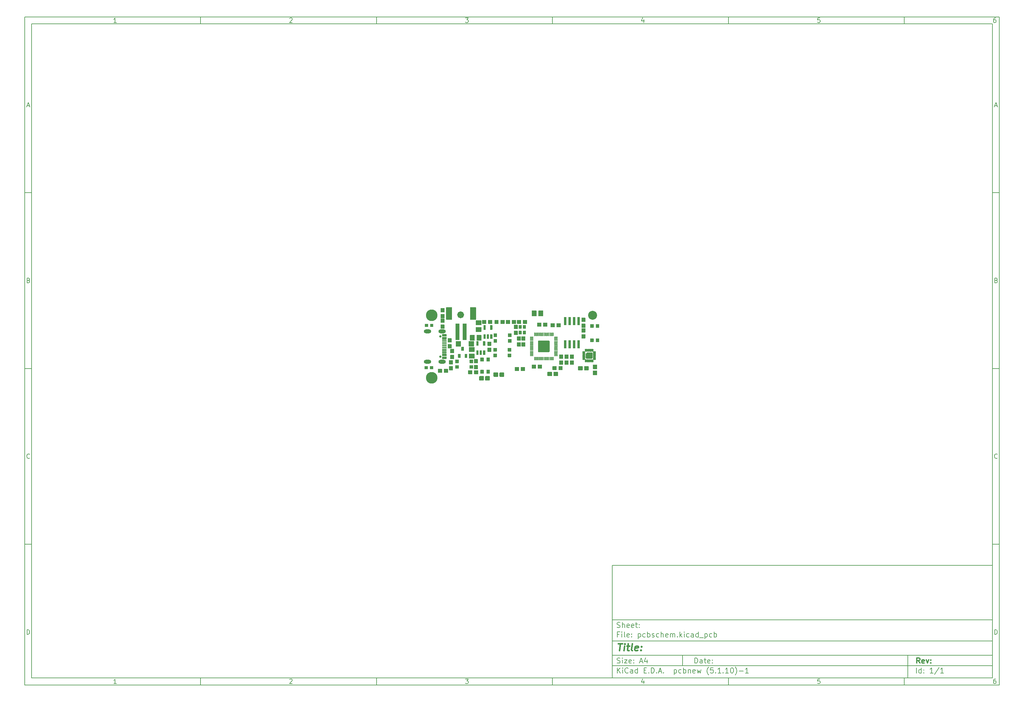
<source format=gbr>
%TF.GenerationSoftware,KiCad,Pcbnew,(5.1.10)-1*%
%TF.CreationDate,2021-10-11T22:16:09-07:00*%
%TF.ProjectId,pcbschem,70636273-6368-4656-9d2e-6b696361645f,rev?*%
%TF.SameCoordinates,Original*%
%TF.FileFunction,Soldermask,Top*%
%TF.FilePolarity,Negative*%
%FSLAX46Y46*%
G04 Gerber Fmt 4.6, Leading zero omitted, Abs format (unit mm)*
G04 Created by KiCad (PCBNEW (5.1.10)-1) date 2021-10-11 22:16:09*
%MOMM*%
%LPD*%
G01*
G04 APERTURE LIST*
%ADD10C,0.100000*%
%ADD11C,0.150000*%
%ADD12C,0.300000*%
%ADD13C,0.400000*%
%ADD14C,0.469900*%
%ADD15O,2.101600X1.101600*%
%ADD16C,0.650000*%
%ADD17C,3.301600*%
%ADD18C,2.540000*%
G04 APERTURE END LIST*
D10*
D11*
X177002200Y-166007200D02*
X177002200Y-198007200D01*
X285002200Y-198007200D01*
X285002200Y-166007200D01*
X177002200Y-166007200D01*
D10*
D11*
X10000000Y-10000000D02*
X10000000Y-200007200D01*
X287002200Y-200007200D01*
X287002200Y-10000000D01*
X10000000Y-10000000D01*
D10*
D11*
X12000000Y-12000000D02*
X12000000Y-198007200D01*
X285002200Y-198007200D01*
X285002200Y-12000000D01*
X12000000Y-12000000D01*
D10*
D11*
X60000000Y-12000000D02*
X60000000Y-10000000D01*
D10*
D11*
X110000000Y-12000000D02*
X110000000Y-10000000D01*
D10*
D11*
X160000000Y-12000000D02*
X160000000Y-10000000D01*
D10*
D11*
X210000000Y-12000000D02*
X210000000Y-10000000D01*
D10*
D11*
X260000000Y-12000000D02*
X260000000Y-10000000D01*
D10*
D11*
X36065476Y-11588095D02*
X35322619Y-11588095D01*
X35694047Y-11588095D02*
X35694047Y-10288095D01*
X35570238Y-10473809D01*
X35446428Y-10597619D01*
X35322619Y-10659523D01*
D10*
D11*
X85322619Y-10411904D02*
X85384523Y-10350000D01*
X85508333Y-10288095D01*
X85817857Y-10288095D01*
X85941666Y-10350000D01*
X86003571Y-10411904D01*
X86065476Y-10535714D01*
X86065476Y-10659523D01*
X86003571Y-10845238D01*
X85260714Y-11588095D01*
X86065476Y-11588095D01*
D10*
D11*
X135260714Y-10288095D02*
X136065476Y-10288095D01*
X135632142Y-10783333D01*
X135817857Y-10783333D01*
X135941666Y-10845238D01*
X136003571Y-10907142D01*
X136065476Y-11030952D01*
X136065476Y-11340476D01*
X136003571Y-11464285D01*
X135941666Y-11526190D01*
X135817857Y-11588095D01*
X135446428Y-11588095D01*
X135322619Y-11526190D01*
X135260714Y-11464285D01*
D10*
D11*
X185941666Y-10721428D02*
X185941666Y-11588095D01*
X185632142Y-10226190D02*
X185322619Y-11154761D01*
X186127380Y-11154761D01*
D10*
D11*
X236003571Y-10288095D02*
X235384523Y-10288095D01*
X235322619Y-10907142D01*
X235384523Y-10845238D01*
X235508333Y-10783333D01*
X235817857Y-10783333D01*
X235941666Y-10845238D01*
X236003571Y-10907142D01*
X236065476Y-11030952D01*
X236065476Y-11340476D01*
X236003571Y-11464285D01*
X235941666Y-11526190D01*
X235817857Y-11588095D01*
X235508333Y-11588095D01*
X235384523Y-11526190D01*
X235322619Y-11464285D01*
D10*
D11*
X285941666Y-10288095D02*
X285694047Y-10288095D01*
X285570238Y-10350000D01*
X285508333Y-10411904D01*
X285384523Y-10597619D01*
X285322619Y-10845238D01*
X285322619Y-11340476D01*
X285384523Y-11464285D01*
X285446428Y-11526190D01*
X285570238Y-11588095D01*
X285817857Y-11588095D01*
X285941666Y-11526190D01*
X286003571Y-11464285D01*
X286065476Y-11340476D01*
X286065476Y-11030952D01*
X286003571Y-10907142D01*
X285941666Y-10845238D01*
X285817857Y-10783333D01*
X285570238Y-10783333D01*
X285446428Y-10845238D01*
X285384523Y-10907142D01*
X285322619Y-11030952D01*
D10*
D11*
X60000000Y-198007200D02*
X60000000Y-200007200D01*
D10*
D11*
X110000000Y-198007200D02*
X110000000Y-200007200D01*
D10*
D11*
X160000000Y-198007200D02*
X160000000Y-200007200D01*
D10*
D11*
X210000000Y-198007200D02*
X210000000Y-200007200D01*
D10*
D11*
X260000000Y-198007200D02*
X260000000Y-200007200D01*
D10*
D11*
X36065476Y-199595295D02*
X35322619Y-199595295D01*
X35694047Y-199595295D02*
X35694047Y-198295295D01*
X35570238Y-198481009D01*
X35446428Y-198604819D01*
X35322619Y-198666723D01*
D10*
D11*
X85322619Y-198419104D02*
X85384523Y-198357200D01*
X85508333Y-198295295D01*
X85817857Y-198295295D01*
X85941666Y-198357200D01*
X86003571Y-198419104D01*
X86065476Y-198542914D01*
X86065476Y-198666723D01*
X86003571Y-198852438D01*
X85260714Y-199595295D01*
X86065476Y-199595295D01*
D10*
D11*
X135260714Y-198295295D02*
X136065476Y-198295295D01*
X135632142Y-198790533D01*
X135817857Y-198790533D01*
X135941666Y-198852438D01*
X136003571Y-198914342D01*
X136065476Y-199038152D01*
X136065476Y-199347676D01*
X136003571Y-199471485D01*
X135941666Y-199533390D01*
X135817857Y-199595295D01*
X135446428Y-199595295D01*
X135322619Y-199533390D01*
X135260714Y-199471485D01*
D10*
D11*
X185941666Y-198728628D02*
X185941666Y-199595295D01*
X185632142Y-198233390D02*
X185322619Y-199161961D01*
X186127380Y-199161961D01*
D10*
D11*
X236003571Y-198295295D02*
X235384523Y-198295295D01*
X235322619Y-198914342D01*
X235384523Y-198852438D01*
X235508333Y-198790533D01*
X235817857Y-198790533D01*
X235941666Y-198852438D01*
X236003571Y-198914342D01*
X236065476Y-199038152D01*
X236065476Y-199347676D01*
X236003571Y-199471485D01*
X235941666Y-199533390D01*
X235817857Y-199595295D01*
X235508333Y-199595295D01*
X235384523Y-199533390D01*
X235322619Y-199471485D01*
D10*
D11*
X285941666Y-198295295D02*
X285694047Y-198295295D01*
X285570238Y-198357200D01*
X285508333Y-198419104D01*
X285384523Y-198604819D01*
X285322619Y-198852438D01*
X285322619Y-199347676D01*
X285384523Y-199471485D01*
X285446428Y-199533390D01*
X285570238Y-199595295D01*
X285817857Y-199595295D01*
X285941666Y-199533390D01*
X286003571Y-199471485D01*
X286065476Y-199347676D01*
X286065476Y-199038152D01*
X286003571Y-198914342D01*
X285941666Y-198852438D01*
X285817857Y-198790533D01*
X285570238Y-198790533D01*
X285446428Y-198852438D01*
X285384523Y-198914342D01*
X285322619Y-199038152D01*
D10*
D11*
X10000000Y-60000000D02*
X12000000Y-60000000D01*
D10*
D11*
X10000000Y-110000000D02*
X12000000Y-110000000D01*
D10*
D11*
X10000000Y-160000000D02*
X12000000Y-160000000D01*
D10*
D11*
X10690476Y-35216666D02*
X11309523Y-35216666D01*
X10566666Y-35588095D02*
X11000000Y-34288095D01*
X11433333Y-35588095D01*
D10*
D11*
X11092857Y-84907142D02*
X11278571Y-84969047D01*
X11340476Y-85030952D01*
X11402380Y-85154761D01*
X11402380Y-85340476D01*
X11340476Y-85464285D01*
X11278571Y-85526190D01*
X11154761Y-85588095D01*
X10659523Y-85588095D01*
X10659523Y-84288095D01*
X11092857Y-84288095D01*
X11216666Y-84350000D01*
X11278571Y-84411904D01*
X11340476Y-84535714D01*
X11340476Y-84659523D01*
X11278571Y-84783333D01*
X11216666Y-84845238D01*
X11092857Y-84907142D01*
X10659523Y-84907142D01*
D10*
D11*
X11402380Y-135464285D02*
X11340476Y-135526190D01*
X11154761Y-135588095D01*
X11030952Y-135588095D01*
X10845238Y-135526190D01*
X10721428Y-135402380D01*
X10659523Y-135278571D01*
X10597619Y-135030952D01*
X10597619Y-134845238D01*
X10659523Y-134597619D01*
X10721428Y-134473809D01*
X10845238Y-134350000D01*
X11030952Y-134288095D01*
X11154761Y-134288095D01*
X11340476Y-134350000D01*
X11402380Y-134411904D01*
D10*
D11*
X10659523Y-185588095D02*
X10659523Y-184288095D01*
X10969047Y-184288095D01*
X11154761Y-184350000D01*
X11278571Y-184473809D01*
X11340476Y-184597619D01*
X11402380Y-184845238D01*
X11402380Y-185030952D01*
X11340476Y-185278571D01*
X11278571Y-185402380D01*
X11154761Y-185526190D01*
X10969047Y-185588095D01*
X10659523Y-185588095D01*
D10*
D11*
X287002200Y-60000000D02*
X285002200Y-60000000D01*
D10*
D11*
X287002200Y-110000000D02*
X285002200Y-110000000D01*
D10*
D11*
X287002200Y-160000000D02*
X285002200Y-160000000D01*
D10*
D11*
X285692676Y-35216666D02*
X286311723Y-35216666D01*
X285568866Y-35588095D02*
X286002200Y-34288095D01*
X286435533Y-35588095D01*
D10*
D11*
X286095057Y-84907142D02*
X286280771Y-84969047D01*
X286342676Y-85030952D01*
X286404580Y-85154761D01*
X286404580Y-85340476D01*
X286342676Y-85464285D01*
X286280771Y-85526190D01*
X286156961Y-85588095D01*
X285661723Y-85588095D01*
X285661723Y-84288095D01*
X286095057Y-84288095D01*
X286218866Y-84350000D01*
X286280771Y-84411904D01*
X286342676Y-84535714D01*
X286342676Y-84659523D01*
X286280771Y-84783333D01*
X286218866Y-84845238D01*
X286095057Y-84907142D01*
X285661723Y-84907142D01*
D10*
D11*
X286404580Y-135464285D02*
X286342676Y-135526190D01*
X286156961Y-135588095D01*
X286033152Y-135588095D01*
X285847438Y-135526190D01*
X285723628Y-135402380D01*
X285661723Y-135278571D01*
X285599819Y-135030952D01*
X285599819Y-134845238D01*
X285661723Y-134597619D01*
X285723628Y-134473809D01*
X285847438Y-134350000D01*
X286033152Y-134288095D01*
X286156961Y-134288095D01*
X286342676Y-134350000D01*
X286404580Y-134411904D01*
D10*
D11*
X285661723Y-185588095D02*
X285661723Y-184288095D01*
X285971247Y-184288095D01*
X286156961Y-184350000D01*
X286280771Y-184473809D01*
X286342676Y-184597619D01*
X286404580Y-184845238D01*
X286404580Y-185030952D01*
X286342676Y-185278571D01*
X286280771Y-185402380D01*
X286156961Y-185526190D01*
X285971247Y-185588095D01*
X285661723Y-185588095D01*
D10*
D11*
X200434342Y-193785771D02*
X200434342Y-192285771D01*
X200791485Y-192285771D01*
X201005771Y-192357200D01*
X201148628Y-192500057D01*
X201220057Y-192642914D01*
X201291485Y-192928628D01*
X201291485Y-193142914D01*
X201220057Y-193428628D01*
X201148628Y-193571485D01*
X201005771Y-193714342D01*
X200791485Y-193785771D01*
X200434342Y-193785771D01*
X202577200Y-193785771D02*
X202577200Y-193000057D01*
X202505771Y-192857200D01*
X202362914Y-192785771D01*
X202077200Y-192785771D01*
X201934342Y-192857200D01*
X202577200Y-193714342D02*
X202434342Y-193785771D01*
X202077200Y-193785771D01*
X201934342Y-193714342D01*
X201862914Y-193571485D01*
X201862914Y-193428628D01*
X201934342Y-193285771D01*
X202077200Y-193214342D01*
X202434342Y-193214342D01*
X202577200Y-193142914D01*
X203077200Y-192785771D02*
X203648628Y-192785771D01*
X203291485Y-192285771D02*
X203291485Y-193571485D01*
X203362914Y-193714342D01*
X203505771Y-193785771D01*
X203648628Y-193785771D01*
X204720057Y-193714342D02*
X204577200Y-193785771D01*
X204291485Y-193785771D01*
X204148628Y-193714342D01*
X204077200Y-193571485D01*
X204077200Y-193000057D01*
X204148628Y-192857200D01*
X204291485Y-192785771D01*
X204577200Y-192785771D01*
X204720057Y-192857200D01*
X204791485Y-193000057D01*
X204791485Y-193142914D01*
X204077200Y-193285771D01*
X205434342Y-193642914D02*
X205505771Y-193714342D01*
X205434342Y-193785771D01*
X205362914Y-193714342D01*
X205434342Y-193642914D01*
X205434342Y-193785771D01*
X205434342Y-192857200D02*
X205505771Y-192928628D01*
X205434342Y-193000057D01*
X205362914Y-192928628D01*
X205434342Y-192857200D01*
X205434342Y-193000057D01*
D10*
D11*
X177002200Y-194507200D02*
X285002200Y-194507200D01*
D10*
D11*
X178434342Y-196585771D02*
X178434342Y-195085771D01*
X179291485Y-196585771D02*
X178648628Y-195728628D01*
X179291485Y-195085771D02*
X178434342Y-195942914D01*
X179934342Y-196585771D02*
X179934342Y-195585771D01*
X179934342Y-195085771D02*
X179862914Y-195157200D01*
X179934342Y-195228628D01*
X180005771Y-195157200D01*
X179934342Y-195085771D01*
X179934342Y-195228628D01*
X181505771Y-196442914D02*
X181434342Y-196514342D01*
X181220057Y-196585771D01*
X181077200Y-196585771D01*
X180862914Y-196514342D01*
X180720057Y-196371485D01*
X180648628Y-196228628D01*
X180577200Y-195942914D01*
X180577200Y-195728628D01*
X180648628Y-195442914D01*
X180720057Y-195300057D01*
X180862914Y-195157200D01*
X181077200Y-195085771D01*
X181220057Y-195085771D01*
X181434342Y-195157200D01*
X181505771Y-195228628D01*
X182791485Y-196585771D02*
X182791485Y-195800057D01*
X182720057Y-195657200D01*
X182577200Y-195585771D01*
X182291485Y-195585771D01*
X182148628Y-195657200D01*
X182791485Y-196514342D02*
X182648628Y-196585771D01*
X182291485Y-196585771D01*
X182148628Y-196514342D01*
X182077200Y-196371485D01*
X182077200Y-196228628D01*
X182148628Y-196085771D01*
X182291485Y-196014342D01*
X182648628Y-196014342D01*
X182791485Y-195942914D01*
X184148628Y-196585771D02*
X184148628Y-195085771D01*
X184148628Y-196514342D02*
X184005771Y-196585771D01*
X183720057Y-196585771D01*
X183577200Y-196514342D01*
X183505771Y-196442914D01*
X183434342Y-196300057D01*
X183434342Y-195871485D01*
X183505771Y-195728628D01*
X183577200Y-195657200D01*
X183720057Y-195585771D01*
X184005771Y-195585771D01*
X184148628Y-195657200D01*
X186005771Y-195800057D02*
X186505771Y-195800057D01*
X186720057Y-196585771D02*
X186005771Y-196585771D01*
X186005771Y-195085771D01*
X186720057Y-195085771D01*
X187362914Y-196442914D02*
X187434342Y-196514342D01*
X187362914Y-196585771D01*
X187291485Y-196514342D01*
X187362914Y-196442914D01*
X187362914Y-196585771D01*
X188077200Y-196585771D02*
X188077200Y-195085771D01*
X188434342Y-195085771D01*
X188648628Y-195157200D01*
X188791485Y-195300057D01*
X188862914Y-195442914D01*
X188934342Y-195728628D01*
X188934342Y-195942914D01*
X188862914Y-196228628D01*
X188791485Y-196371485D01*
X188648628Y-196514342D01*
X188434342Y-196585771D01*
X188077200Y-196585771D01*
X189577200Y-196442914D02*
X189648628Y-196514342D01*
X189577200Y-196585771D01*
X189505771Y-196514342D01*
X189577200Y-196442914D01*
X189577200Y-196585771D01*
X190220057Y-196157200D02*
X190934342Y-196157200D01*
X190077200Y-196585771D02*
X190577200Y-195085771D01*
X191077200Y-196585771D01*
X191577200Y-196442914D02*
X191648628Y-196514342D01*
X191577200Y-196585771D01*
X191505771Y-196514342D01*
X191577200Y-196442914D01*
X191577200Y-196585771D01*
X194577200Y-195585771D02*
X194577200Y-197085771D01*
X194577200Y-195657200D02*
X194720057Y-195585771D01*
X195005771Y-195585771D01*
X195148628Y-195657200D01*
X195220057Y-195728628D01*
X195291485Y-195871485D01*
X195291485Y-196300057D01*
X195220057Y-196442914D01*
X195148628Y-196514342D01*
X195005771Y-196585771D01*
X194720057Y-196585771D01*
X194577200Y-196514342D01*
X196577200Y-196514342D02*
X196434342Y-196585771D01*
X196148628Y-196585771D01*
X196005771Y-196514342D01*
X195934342Y-196442914D01*
X195862914Y-196300057D01*
X195862914Y-195871485D01*
X195934342Y-195728628D01*
X196005771Y-195657200D01*
X196148628Y-195585771D01*
X196434342Y-195585771D01*
X196577200Y-195657200D01*
X197220057Y-196585771D02*
X197220057Y-195085771D01*
X197220057Y-195657200D02*
X197362914Y-195585771D01*
X197648628Y-195585771D01*
X197791485Y-195657200D01*
X197862914Y-195728628D01*
X197934342Y-195871485D01*
X197934342Y-196300057D01*
X197862914Y-196442914D01*
X197791485Y-196514342D01*
X197648628Y-196585771D01*
X197362914Y-196585771D01*
X197220057Y-196514342D01*
X198577200Y-195585771D02*
X198577200Y-196585771D01*
X198577200Y-195728628D02*
X198648628Y-195657200D01*
X198791485Y-195585771D01*
X199005771Y-195585771D01*
X199148628Y-195657200D01*
X199220057Y-195800057D01*
X199220057Y-196585771D01*
X200505771Y-196514342D02*
X200362914Y-196585771D01*
X200077200Y-196585771D01*
X199934342Y-196514342D01*
X199862914Y-196371485D01*
X199862914Y-195800057D01*
X199934342Y-195657200D01*
X200077200Y-195585771D01*
X200362914Y-195585771D01*
X200505771Y-195657200D01*
X200577200Y-195800057D01*
X200577200Y-195942914D01*
X199862914Y-196085771D01*
X201077200Y-195585771D02*
X201362914Y-196585771D01*
X201648628Y-195871485D01*
X201934342Y-196585771D01*
X202220057Y-195585771D01*
X204362914Y-197157200D02*
X204291485Y-197085771D01*
X204148628Y-196871485D01*
X204077200Y-196728628D01*
X204005771Y-196514342D01*
X203934342Y-196157200D01*
X203934342Y-195871485D01*
X204005771Y-195514342D01*
X204077200Y-195300057D01*
X204148628Y-195157200D01*
X204291485Y-194942914D01*
X204362914Y-194871485D01*
X205648628Y-195085771D02*
X204934342Y-195085771D01*
X204862914Y-195800057D01*
X204934342Y-195728628D01*
X205077200Y-195657200D01*
X205434342Y-195657200D01*
X205577200Y-195728628D01*
X205648628Y-195800057D01*
X205720057Y-195942914D01*
X205720057Y-196300057D01*
X205648628Y-196442914D01*
X205577200Y-196514342D01*
X205434342Y-196585771D01*
X205077200Y-196585771D01*
X204934342Y-196514342D01*
X204862914Y-196442914D01*
X206362914Y-196442914D02*
X206434342Y-196514342D01*
X206362914Y-196585771D01*
X206291485Y-196514342D01*
X206362914Y-196442914D01*
X206362914Y-196585771D01*
X207862914Y-196585771D02*
X207005771Y-196585771D01*
X207434342Y-196585771D02*
X207434342Y-195085771D01*
X207291485Y-195300057D01*
X207148628Y-195442914D01*
X207005771Y-195514342D01*
X208505771Y-196442914D02*
X208577200Y-196514342D01*
X208505771Y-196585771D01*
X208434342Y-196514342D01*
X208505771Y-196442914D01*
X208505771Y-196585771D01*
X210005771Y-196585771D02*
X209148628Y-196585771D01*
X209577200Y-196585771D02*
X209577200Y-195085771D01*
X209434342Y-195300057D01*
X209291485Y-195442914D01*
X209148628Y-195514342D01*
X210934342Y-195085771D02*
X211077200Y-195085771D01*
X211220057Y-195157200D01*
X211291485Y-195228628D01*
X211362914Y-195371485D01*
X211434342Y-195657200D01*
X211434342Y-196014342D01*
X211362914Y-196300057D01*
X211291485Y-196442914D01*
X211220057Y-196514342D01*
X211077200Y-196585771D01*
X210934342Y-196585771D01*
X210791485Y-196514342D01*
X210720057Y-196442914D01*
X210648628Y-196300057D01*
X210577200Y-196014342D01*
X210577200Y-195657200D01*
X210648628Y-195371485D01*
X210720057Y-195228628D01*
X210791485Y-195157200D01*
X210934342Y-195085771D01*
X211934342Y-197157200D02*
X212005771Y-197085771D01*
X212148628Y-196871485D01*
X212220057Y-196728628D01*
X212291485Y-196514342D01*
X212362914Y-196157200D01*
X212362914Y-195871485D01*
X212291485Y-195514342D01*
X212220057Y-195300057D01*
X212148628Y-195157200D01*
X212005771Y-194942914D01*
X211934342Y-194871485D01*
X213077200Y-196014342D02*
X214220057Y-196014342D01*
X215720057Y-196585771D02*
X214862914Y-196585771D01*
X215291485Y-196585771D02*
X215291485Y-195085771D01*
X215148628Y-195300057D01*
X215005771Y-195442914D01*
X214862914Y-195514342D01*
D10*
D11*
X177002200Y-191507200D02*
X285002200Y-191507200D01*
D10*
D12*
X264411485Y-193785771D02*
X263911485Y-193071485D01*
X263554342Y-193785771D02*
X263554342Y-192285771D01*
X264125771Y-192285771D01*
X264268628Y-192357200D01*
X264340057Y-192428628D01*
X264411485Y-192571485D01*
X264411485Y-192785771D01*
X264340057Y-192928628D01*
X264268628Y-193000057D01*
X264125771Y-193071485D01*
X263554342Y-193071485D01*
X265625771Y-193714342D02*
X265482914Y-193785771D01*
X265197200Y-193785771D01*
X265054342Y-193714342D01*
X264982914Y-193571485D01*
X264982914Y-193000057D01*
X265054342Y-192857200D01*
X265197200Y-192785771D01*
X265482914Y-192785771D01*
X265625771Y-192857200D01*
X265697200Y-193000057D01*
X265697200Y-193142914D01*
X264982914Y-193285771D01*
X266197200Y-192785771D02*
X266554342Y-193785771D01*
X266911485Y-192785771D01*
X267482914Y-193642914D02*
X267554342Y-193714342D01*
X267482914Y-193785771D01*
X267411485Y-193714342D01*
X267482914Y-193642914D01*
X267482914Y-193785771D01*
X267482914Y-192857200D02*
X267554342Y-192928628D01*
X267482914Y-193000057D01*
X267411485Y-192928628D01*
X267482914Y-192857200D01*
X267482914Y-193000057D01*
D10*
D11*
X178362914Y-193714342D02*
X178577200Y-193785771D01*
X178934342Y-193785771D01*
X179077200Y-193714342D01*
X179148628Y-193642914D01*
X179220057Y-193500057D01*
X179220057Y-193357200D01*
X179148628Y-193214342D01*
X179077200Y-193142914D01*
X178934342Y-193071485D01*
X178648628Y-193000057D01*
X178505771Y-192928628D01*
X178434342Y-192857200D01*
X178362914Y-192714342D01*
X178362914Y-192571485D01*
X178434342Y-192428628D01*
X178505771Y-192357200D01*
X178648628Y-192285771D01*
X179005771Y-192285771D01*
X179220057Y-192357200D01*
X179862914Y-193785771D02*
X179862914Y-192785771D01*
X179862914Y-192285771D02*
X179791485Y-192357200D01*
X179862914Y-192428628D01*
X179934342Y-192357200D01*
X179862914Y-192285771D01*
X179862914Y-192428628D01*
X180434342Y-192785771D02*
X181220057Y-192785771D01*
X180434342Y-193785771D01*
X181220057Y-193785771D01*
X182362914Y-193714342D02*
X182220057Y-193785771D01*
X181934342Y-193785771D01*
X181791485Y-193714342D01*
X181720057Y-193571485D01*
X181720057Y-193000057D01*
X181791485Y-192857200D01*
X181934342Y-192785771D01*
X182220057Y-192785771D01*
X182362914Y-192857200D01*
X182434342Y-193000057D01*
X182434342Y-193142914D01*
X181720057Y-193285771D01*
X183077200Y-193642914D02*
X183148628Y-193714342D01*
X183077200Y-193785771D01*
X183005771Y-193714342D01*
X183077200Y-193642914D01*
X183077200Y-193785771D01*
X183077200Y-192857200D02*
X183148628Y-192928628D01*
X183077200Y-193000057D01*
X183005771Y-192928628D01*
X183077200Y-192857200D01*
X183077200Y-193000057D01*
X184862914Y-193357200D02*
X185577200Y-193357200D01*
X184720057Y-193785771D02*
X185220057Y-192285771D01*
X185720057Y-193785771D01*
X186862914Y-192785771D02*
X186862914Y-193785771D01*
X186505771Y-192214342D02*
X186148628Y-193285771D01*
X187077200Y-193285771D01*
D10*
D11*
X263434342Y-196585771D02*
X263434342Y-195085771D01*
X264791485Y-196585771D02*
X264791485Y-195085771D01*
X264791485Y-196514342D02*
X264648628Y-196585771D01*
X264362914Y-196585771D01*
X264220057Y-196514342D01*
X264148628Y-196442914D01*
X264077200Y-196300057D01*
X264077200Y-195871485D01*
X264148628Y-195728628D01*
X264220057Y-195657200D01*
X264362914Y-195585771D01*
X264648628Y-195585771D01*
X264791485Y-195657200D01*
X265505771Y-196442914D02*
X265577200Y-196514342D01*
X265505771Y-196585771D01*
X265434342Y-196514342D01*
X265505771Y-196442914D01*
X265505771Y-196585771D01*
X265505771Y-195657200D02*
X265577200Y-195728628D01*
X265505771Y-195800057D01*
X265434342Y-195728628D01*
X265505771Y-195657200D01*
X265505771Y-195800057D01*
X268148628Y-196585771D02*
X267291485Y-196585771D01*
X267720057Y-196585771D02*
X267720057Y-195085771D01*
X267577200Y-195300057D01*
X267434342Y-195442914D01*
X267291485Y-195514342D01*
X269862914Y-195014342D02*
X268577200Y-196942914D01*
X271148628Y-196585771D02*
X270291485Y-196585771D01*
X270720057Y-196585771D02*
X270720057Y-195085771D01*
X270577200Y-195300057D01*
X270434342Y-195442914D01*
X270291485Y-195514342D01*
D10*
D11*
X177002200Y-187507200D02*
X285002200Y-187507200D01*
D10*
D13*
X178714580Y-188211961D02*
X179857438Y-188211961D01*
X179036009Y-190211961D02*
X179286009Y-188211961D01*
X180274104Y-190211961D02*
X180440771Y-188878628D01*
X180524104Y-188211961D02*
X180416961Y-188307200D01*
X180500295Y-188402438D01*
X180607438Y-188307200D01*
X180524104Y-188211961D01*
X180500295Y-188402438D01*
X181107438Y-188878628D02*
X181869342Y-188878628D01*
X181476485Y-188211961D02*
X181262200Y-189926247D01*
X181333628Y-190116723D01*
X181512200Y-190211961D01*
X181702676Y-190211961D01*
X182655057Y-190211961D02*
X182476485Y-190116723D01*
X182405057Y-189926247D01*
X182619342Y-188211961D01*
X184190771Y-190116723D02*
X183988390Y-190211961D01*
X183607438Y-190211961D01*
X183428866Y-190116723D01*
X183357438Y-189926247D01*
X183452676Y-189164342D01*
X183571723Y-188973866D01*
X183774104Y-188878628D01*
X184155057Y-188878628D01*
X184333628Y-188973866D01*
X184405057Y-189164342D01*
X184381247Y-189354819D01*
X183405057Y-189545295D01*
X185155057Y-190021485D02*
X185238390Y-190116723D01*
X185131247Y-190211961D01*
X185047914Y-190116723D01*
X185155057Y-190021485D01*
X185131247Y-190211961D01*
X185286009Y-188973866D02*
X185369342Y-189069104D01*
X185262200Y-189164342D01*
X185178866Y-189069104D01*
X185286009Y-188973866D01*
X185262200Y-189164342D01*
D10*
D11*
X178934342Y-185600057D02*
X178434342Y-185600057D01*
X178434342Y-186385771D02*
X178434342Y-184885771D01*
X179148628Y-184885771D01*
X179720057Y-186385771D02*
X179720057Y-185385771D01*
X179720057Y-184885771D02*
X179648628Y-184957200D01*
X179720057Y-185028628D01*
X179791485Y-184957200D01*
X179720057Y-184885771D01*
X179720057Y-185028628D01*
X180648628Y-186385771D02*
X180505771Y-186314342D01*
X180434342Y-186171485D01*
X180434342Y-184885771D01*
X181791485Y-186314342D02*
X181648628Y-186385771D01*
X181362914Y-186385771D01*
X181220057Y-186314342D01*
X181148628Y-186171485D01*
X181148628Y-185600057D01*
X181220057Y-185457200D01*
X181362914Y-185385771D01*
X181648628Y-185385771D01*
X181791485Y-185457200D01*
X181862914Y-185600057D01*
X181862914Y-185742914D01*
X181148628Y-185885771D01*
X182505771Y-186242914D02*
X182577200Y-186314342D01*
X182505771Y-186385771D01*
X182434342Y-186314342D01*
X182505771Y-186242914D01*
X182505771Y-186385771D01*
X182505771Y-185457200D02*
X182577200Y-185528628D01*
X182505771Y-185600057D01*
X182434342Y-185528628D01*
X182505771Y-185457200D01*
X182505771Y-185600057D01*
X184362914Y-185385771D02*
X184362914Y-186885771D01*
X184362914Y-185457200D02*
X184505771Y-185385771D01*
X184791485Y-185385771D01*
X184934342Y-185457200D01*
X185005771Y-185528628D01*
X185077200Y-185671485D01*
X185077200Y-186100057D01*
X185005771Y-186242914D01*
X184934342Y-186314342D01*
X184791485Y-186385771D01*
X184505771Y-186385771D01*
X184362914Y-186314342D01*
X186362914Y-186314342D02*
X186220057Y-186385771D01*
X185934342Y-186385771D01*
X185791485Y-186314342D01*
X185720057Y-186242914D01*
X185648628Y-186100057D01*
X185648628Y-185671485D01*
X185720057Y-185528628D01*
X185791485Y-185457200D01*
X185934342Y-185385771D01*
X186220057Y-185385771D01*
X186362914Y-185457200D01*
X187005771Y-186385771D02*
X187005771Y-184885771D01*
X187005771Y-185457200D02*
X187148628Y-185385771D01*
X187434342Y-185385771D01*
X187577200Y-185457200D01*
X187648628Y-185528628D01*
X187720057Y-185671485D01*
X187720057Y-186100057D01*
X187648628Y-186242914D01*
X187577200Y-186314342D01*
X187434342Y-186385771D01*
X187148628Y-186385771D01*
X187005771Y-186314342D01*
X188291485Y-186314342D02*
X188434342Y-186385771D01*
X188720057Y-186385771D01*
X188862914Y-186314342D01*
X188934342Y-186171485D01*
X188934342Y-186100057D01*
X188862914Y-185957200D01*
X188720057Y-185885771D01*
X188505771Y-185885771D01*
X188362914Y-185814342D01*
X188291485Y-185671485D01*
X188291485Y-185600057D01*
X188362914Y-185457200D01*
X188505771Y-185385771D01*
X188720057Y-185385771D01*
X188862914Y-185457200D01*
X190220057Y-186314342D02*
X190077200Y-186385771D01*
X189791485Y-186385771D01*
X189648628Y-186314342D01*
X189577200Y-186242914D01*
X189505771Y-186100057D01*
X189505771Y-185671485D01*
X189577200Y-185528628D01*
X189648628Y-185457200D01*
X189791485Y-185385771D01*
X190077200Y-185385771D01*
X190220057Y-185457200D01*
X190862914Y-186385771D02*
X190862914Y-184885771D01*
X191505771Y-186385771D02*
X191505771Y-185600057D01*
X191434342Y-185457200D01*
X191291485Y-185385771D01*
X191077200Y-185385771D01*
X190934342Y-185457200D01*
X190862914Y-185528628D01*
X192791485Y-186314342D02*
X192648628Y-186385771D01*
X192362914Y-186385771D01*
X192220057Y-186314342D01*
X192148628Y-186171485D01*
X192148628Y-185600057D01*
X192220057Y-185457200D01*
X192362914Y-185385771D01*
X192648628Y-185385771D01*
X192791485Y-185457200D01*
X192862914Y-185600057D01*
X192862914Y-185742914D01*
X192148628Y-185885771D01*
X193505771Y-186385771D02*
X193505771Y-185385771D01*
X193505771Y-185528628D02*
X193577200Y-185457200D01*
X193720057Y-185385771D01*
X193934342Y-185385771D01*
X194077200Y-185457200D01*
X194148628Y-185600057D01*
X194148628Y-186385771D01*
X194148628Y-185600057D02*
X194220057Y-185457200D01*
X194362914Y-185385771D01*
X194577200Y-185385771D01*
X194720057Y-185457200D01*
X194791485Y-185600057D01*
X194791485Y-186385771D01*
X195505771Y-186242914D02*
X195577200Y-186314342D01*
X195505771Y-186385771D01*
X195434342Y-186314342D01*
X195505771Y-186242914D01*
X195505771Y-186385771D01*
X196220057Y-186385771D02*
X196220057Y-184885771D01*
X196362914Y-185814342D02*
X196791485Y-186385771D01*
X196791485Y-185385771D02*
X196220057Y-185957200D01*
X197434342Y-186385771D02*
X197434342Y-185385771D01*
X197434342Y-184885771D02*
X197362914Y-184957200D01*
X197434342Y-185028628D01*
X197505771Y-184957200D01*
X197434342Y-184885771D01*
X197434342Y-185028628D01*
X198791485Y-186314342D02*
X198648628Y-186385771D01*
X198362914Y-186385771D01*
X198220057Y-186314342D01*
X198148628Y-186242914D01*
X198077200Y-186100057D01*
X198077200Y-185671485D01*
X198148628Y-185528628D01*
X198220057Y-185457200D01*
X198362914Y-185385771D01*
X198648628Y-185385771D01*
X198791485Y-185457200D01*
X200077200Y-186385771D02*
X200077200Y-185600057D01*
X200005771Y-185457200D01*
X199862914Y-185385771D01*
X199577200Y-185385771D01*
X199434342Y-185457200D01*
X200077200Y-186314342D02*
X199934342Y-186385771D01*
X199577200Y-186385771D01*
X199434342Y-186314342D01*
X199362914Y-186171485D01*
X199362914Y-186028628D01*
X199434342Y-185885771D01*
X199577200Y-185814342D01*
X199934342Y-185814342D01*
X200077200Y-185742914D01*
X201434342Y-186385771D02*
X201434342Y-184885771D01*
X201434342Y-186314342D02*
X201291485Y-186385771D01*
X201005771Y-186385771D01*
X200862914Y-186314342D01*
X200791485Y-186242914D01*
X200720057Y-186100057D01*
X200720057Y-185671485D01*
X200791485Y-185528628D01*
X200862914Y-185457200D01*
X201005771Y-185385771D01*
X201291485Y-185385771D01*
X201434342Y-185457200D01*
X201791485Y-186528628D02*
X202934342Y-186528628D01*
X203291485Y-185385771D02*
X203291485Y-186885771D01*
X203291485Y-185457200D02*
X203434342Y-185385771D01*
X203720057Y-185385771D01*
X203862914Y-185457200D01*
X203934342Y-185528628D01*
X204005771Y-185671485D01*
X204005771Y-186100057D01*
X203934342Y-186242914D01*
X203862914Y-186314342D01*
X203720057Y-186385771D01*
X203434342Y-186385771D01*
X203291485Y-186314342D01*
X205291485Y-186314342D02*
X205148628Y-186385771D01*
X204862914Y-186385771D01*
X204720057Y-186314342D01*
X204648628Y-186242914D01*
X204577200Y-186100057D01*
X204577200Y-185671485D01*
X204648628Y-185528628D01*
X204720057Y-185457200D01*
X204862914Y-185385771D01*
X205148628Y-185385771D01*
X205291485Y-185457200D01*
X205934342Y-186385771D02*
X205934342Y-184885771D01*
X205934342Y-185457200D02*
X206077200Y-185385771D01*
X206362914Y-185385771D01*
X206505771Y-185457200D01*
X206577200Y-185528628D01*
X206648628Y-185671485D01*
X206648628Y-186100057D01*
X206577200Y-186242914D01*
X206505771Y-186314342D01*
X206362914Y-186385771D01*
X206077200Y-186385771D01*
X205934342Y-186314342D01*
D10*
D11*
X177002200Y-181507200D02*
X285002200Y-181507200D01*
D10*
D11*
X178362914Y-183614342D02*
X178577200Y-183685771D01*
X178934342Y-183685771D01*
X179077200Y-183614342D01*
X179148628Y-183542914D01*
X179220057Y-183400057D01*
X179220057Y-183257200D01*
X179148628Y-183114342D01*
X179077200Y-183042914D01*
X178934342Y-182971485D01*
X178648628Y-182900057D01*
X178505771Y-182828628D01*
X178434342Y-182757200D01*
X178362914Y-182614342D01*
X178362914Y-182471485D01*
X178434342Y-182328628D01*
X178505771Y-182257200D01*
X178648628Y-182185771D01*
X179005771Y-182185771D01*
X179220057Y-182257200D01*
X179862914Y-183685771D02*
X179862914Y-182185771D01*
X180505771Y-183685771D02*
X180505771Y-182900057D01*
X180434342Y-182757200D01*
X180291485Y-182685771D01*
X180077200Y-182685771D01*
X179934342Y-182757200D01*
X179862914Y-182828628D01*
X181791485Y-183614342D02*
X181648628Y-183685771D01*
X181362914Y-183685771D01*
X181220057Y-183614342D01*
X181148628Y-183471485D01*
X181148628Y-182900057D01*
X181220057Y-182757200D01*
X181362914Y-182685771D01*
X181648628Y-182685771D01*
X181791485Y-182757200D01*
X181862914Y-182900057D01*
X181862914Y-183042914D01*
X181148628Y-183185771D01*
X183077200Y-183614342D02*
X182934342Y-183685771D01*
X182648628Y-183685771D01*
X182505771Y-183614342D01*
X182434342Y-183471485D01*
X182434342Y-182900057D01*
X182505771Y-182757200D01*
X182648628Y-182685771D01*
X182934342Y-182685771D01*
X183077200Y-182757200D01*
X183148628Y-182900057D01*
X183148628Y-183042914D01*
X182434342Y-183185771D01*
X183577200Y-182685771D02*
X184148628Y-182685771D01*
X183791485Y-182185771D02*
X183791485Y-183471485D01*
X183862914Y-183614342D01*
X184005771Y-183685771D01*
X184148628Y-183685771D01*
X184648628Y-183542914D02*
X184720057Y-183614342D01*
X184648628Y-183685771D01*
X184577200Y-183614342D01*
X184648628Y-183542914D01*
X184648628Y-183685771D01*
X184648628Y-182757200D02*
X184720057Y-182828628D01*
X184648628Y-182900057D01*
X184577200Y-182828628D01*
X184648628Y-182757200D01*
X184648628Y-182900057D01*
D10*
D11*
X197002200Y-191507200D02*
X197002200Y-194507200D01*
D10*
D11*
X261002200Y-191507200D02*
X261002200Y-198007200D01*
D14*
%TO.C,U$34*%
X134646100Y-94716600D02*
G75*
G03*
X133896100Y-93966600I-750000J0D01*
G01*
X133896100Y-95466600D02*
G75*
G03*
X134646100Y-94716600I0J750000D01*
G01*
X133146100Y-94716600D02*
G75*
G03*
X133896100Y-95466600I750000J0D01*
G01*
X133896100Y-93966600D02*
G75*
G03*
X133146100Y-94716600I0J-750000D01*
G01*
%TD*%
%TO.C,R14*%
G36*
G01*
X142171600Y-112269999D02*
X142171600Y-113270001D01*
G75*
G02*
X142070001Y-113371600I-101599J0D01*
G01*
X140969999Y-113371600D01*
G75*
G02*
X140868400Y-113270001I0J101599D01*
G01*
X140868400Y-112269999D01*
G75*
G02*
X140969999Y-112168400I101599J0D01*
G01*
X142070001Y-112168400D01*
G75*
G02*
X142171600Y-112269999I0J-101599D01*
G01*
G37*
G36*
G01*
X140471600Y-112269999D02*
X140471600Y-113270001D01*
G75*
G02*
X140370001Y-113371600I-101599J0D01*
G01*
X139269999Y-113371600D01*
G75*
G02*
X139168400Y-113270001I0J101599D01*
G01*
X139168400Y-112269999D01*
G75*
G02*
X139269999Y-112168400I101599J0D01*
G01*
X140370001Y-112168400D01*
G75*
G02*
X140471600Y-112269999I0J-101599D01*
G01*
G37*
%TD*%
%TO.C,C18*%
G36*
G01*
X170291600Y-109419999D02*
X170291600Y-110420001D01*
G75*
G02*
X170190001Y-110521600I-101599J0D01*
G01*
X169089999Y-110521600D01*
G75*
G02*
X168988400Y-110420001I0J101599D01*
G01*
X168988400Y-109419999D01*
G75*
G02*
X169089999Y-109318400I101599J0D01*
G01*
X170190001Y-109318400D01*
G75*
G02*
X170291600Y-109419999I0J-101599D01*
G01*
G37*
G36*
G01*
X168591600Y-109419999D02*
X168591600Y-110420001D01*
G75*
G02*
X168490001Y-110521600I-101599J0D01*
G01*
X167389999Y-110521600D01*
G75*
G02*
X167288400Y-110420001I0J101599D01*
G01*
X167288400Y-109419999D01*
G75*
G02*
X167389999Y-109318400I101599J0D01*
G01*
X168490001Y-109318400D01*
G75*
G02*
X168591600Y-109419999I0J-101599D01*
G01*
G37*
%TD*%
%TO.C,C6*%
G36*
G01*
X171580099Y-110588400D02*
X172580101Y-110588400D01*
G75*
G02*
X172681700Y-110689999I0J-101599D01*
G01*
X172681700Y-111790001D01*
G75*
G02*
X172580101Y-111891600I-101599J0D01*
G01*
X171580099Y-111891600D01*
G75*
G02*
X171478500Y-111790001I0J101599D01*
G01*
X171478500Y-110689999D01*
G75*
G02*
X171580099Y-110588400I101599J0D01*
G01*
G37*
G36*
G01*
X171580099Y-108888400D02*
X172580101Y-108888400D01*
G75*
G02*
X172681700Y-108989999I0J-101599D01*
G01*
X172681700Y-110090001D01*
G75*
G02*
X172580101Y-110191600I-101599J0D01*
G01*
X171580099Y-110191600D01*
G75*
G02*
X171478500Y-110090001I0J101599D01*
G01*
X171478500Y-108989999D01*
G75*
G02*
X171580099Y-108888400I101599J0D01*
G01*
G37*
%TD*%
%TO.C,SW4*%
G36*
G01*
X147349200Y-100980000D02*
X147349200Y-100080000D01*
G75*
G02*
X147400000Y-100029200I50800J0D01*
G01*
X148300000Y-100029200D01*
G75*
G02*
X148350800Y-100080000I0J-50800D01*
G01*
X148350800Y-100980000D01*
G75*
G02*
X148300000Y-101030800I-50800J0D01*
G01*
X147400000Y-101030800D01*
G75*
G02*
X147349200Y-100980000I0J50800D01*
G01*
G37*
G36*
G01*
X147349200Y-102580000D02*
X147349200Y-101680000D01*
G75*
G02*
X147400000Y-101629200I50800J0D01*
G01*
X148300000Y-101629200D01*
G75*
G02*
X148350800Y-101680000I0J-50800D01*
G01*
X148350800Y-102580000D01*
G75*
G02*
X148300000Y-102630800I-50800J0D01*
G01*
X147400000Y-102630800D01*
G75*
G02*
X147349200Y-102580000I0J50800D01*
G01*
G37*
G36*
G01*
X143249200Y-102580000D02*
X143249200Y-101680000D01*
G75*
G02*
X143300000Y-101629200I50800J0D01*
G01*
X144200000Y-101629200D01*
G75*
G02*
X144250800Y-101680000I0J-50800D01*
G01*
X144250800Y-102580000D01*
G75*
G02*
X144200000Y-102630800I-50800J0D01*
G01*
X143300000Y-102630800D01*
G75*
G02*
X143249200Y-102580000I0J50800D01*
G01*
G37*
G36*
G01*
X143249200Y-100980000D02*
X143249200Y-100080000D01*
G75*
G02*
X143300000Y-100029200I50800J0D01*
G01*
X144200000Y-100029200D01*
G75*
G02*
X144250800Y-100080000I0J-50800D01*
G01*
X144250800Y-100980000D01*
G75*
G02*
X144200000Y-101030800I-50800J0D01*
G01*
X143300000Y-101030800D01*
G75*
G02*
X143249200Y-100980000I0J50800D01*
G01*
G37*
%TD*%
%TO.C,R16*%
G36*
G01*
X161571600Y-111059999D02*
X161571600Y-112060001D01*
G75*
G02*
X161470001Y-112161600I-101599J0D01*
G01*
X160369999Y-112161600D01*
G75*
G02*
X160268400Y-112060001I0J101599D01*
G01*
X160268400Y-111059999D01*
G75*
G02*
X160369999Y-110958400I101599J0D01*
G01*
X161470001Y-110958400D01*
G75*
G02*
X161571600Y-111059999I0J-101599D01*
G01*
G37*
G36*
G01*
X159871600Y-111059999D02*
X159871600Y-112060001D01*
G75*
G02*
X159770001Y-112161600I-101599J0D01*
G01*
X158669999Y-112161600D01*
G75*
G02*
X158568400Y-112060001I0J101599D01*
G01*
X158568400Y-111059999D01*
G75*
G02*
X158669999Y-110958400I101599J0D01*
G01*
X159770001Y-110958400D01*
G75*
G02*
X159871600Y-111059999I0J-101599D01*
G01*
G37*
%TD*%
%TO.C,R15*%
G36*
G01*
X146241600Y-111239999D02*
X146241600Y-112240001D01*
G75*
G02*
X146140001Y-112341600I-101599J0D01*
G01*
X145039999Y-112341600D01*
G75*
G02*
X144938400Y-112240001I0J101599D01*
G01*
X144938400Y-111239999D01*
G75*
G02*
X145039999Y-111138400I101599J0D01*
G01*
X146140001Y-111138400D01*
G75*
G02*
X146241600Y-111239999I0J-101599D01*
G01*
G37*
G36*
G01*
X144541600Y-111239999D02*
X144541600Y-112240001D01*
G75*
G02*
X144440001Y-112341600I-101599J0D01*
G01*
X143339999Y-112341600D01*
G75*
G02*
X143238400Y-112240001I0J101599D01*
G01*
X143238400Y-111239999D01*
G75*
G02*
X143339999Y-111138400I101599J0D01*
G01*
X144440001Y-111138400D01*
G75*
G02*
X144541600Y-111239999I0J-101599D01*
G01*
G37*
%TD*%
%TO.C,IC1*%
G36*
G01*
X160218100Y-100771900D02*
X160018100Y-100771900D01*
G75*
G02*
X159967300Y-100721100I0J50800D01*
G01*
X159967300Y-99846100D01*
G75*
G02*
X160018100Y-99795300I50800J0D01*
G01*
X160218100Y-99795300D01*
G75*
G02*
X160268900Y-99846100I0J-50800D01*
G01*
X160268900Y-100721100D01*
G75*
G02*
X160218100Y-100771900I-50800J0D01*
G01*
G37*
G36*
G01*
X159818100Y-100771900D02*
X159618100Y-100771900D01*
G75*
G02*
X159567300Y-100721100I0J50800D01*
G01*
X159567300Y-99846100D01*
G75*
G02*
X159618100Y-99795300I50800J0D01*
G01*
X159818100Y-99795300D01*
G75*
G02*
X159868900Y-99846100I0J-50800D01*
G01*
X159868900Y-100721100D01*
G75*
G02*
X159818100Y-100771900I-50800J0D01*
G01*
G37*
G36*
G01*
X159418100Y-100771900D02*
X159218100Y-100771900D01*
G75*
G02*
X159167300Y-100721100I0J50800D01*
G01*
X159167300Y-99846100D01*
G75*
G02*
X159218100Y-99795300I50800J0D01*
G01*
X159418100Y-99795300D01*
G75*
G02*
X159468900Y-99846100I0J-50800D01*
G01*
X159468900Y-100721100D01*
G75*
G02*
X159418100Y-100771900I-50800J0D01*
G01*
G37*
G36*
G01*
X159018100Y-100771900D02*
X158818100Y-100771900D01*
G75*
G02*
X158767300Y-100721100I0J50800D01*
G01*
X158767300Y-99846100D01*
G75*
G02*
X158818100Y-99795300I50800J0D01*
G01*
X159018100Y-99795300D01*
G75*
G02*
X159068900Y-99846100I0J-50800D01*
G01*
X159068900Y-100721100D01*
G75*
G02*
X159018100Y-100771900I-50800J0D01*
G01*
G37*
G36*
G01*
X158618100Y-100771900D02*
X158418100Y-100771900D01*
G75*
G02*
X158367300Y-100721100I0J50800D01*
G01*
X158367300Y-99846100D01*
G75*
G02*
X158418100Y-99795300I50800J0D01*
G01*
X158618100Y-99795300D01*
G75*
G02*
X158668900Y-99846100I0J-50800D01*
G01*
X158668900Y-100721100D01*
G75*
G02*
X158618100Y-100771900I-50800J0D01*
G01*
G37*
G36*
G01*
X158218100Y-100771900D02*
X158018100Y-100771900D01*
G75*
G02*
X157967300Y-100721100I0J50800D01*
G01*
X157967300Y-99846100D01*
G75*
G02*
X158018100Y-99795300I50800J0D01*
G01*
X158218100Y-99795300D01*
G75*
G02*
X158268900Y-99846100I0J-50800D01*
G01*
X158268900Y-100721100D01*
G75*
G02*
X158218100Y-100771900I-50800J0D01*
G01*
G37*
G36*
G01*
X157818100Y-100771900D02*
X157618100Y-100771900D01*
G75*
G02*
X157567300Y-100721100I0J50800D01*
G01*
X157567300Y-99846100D01*
G75*
G02*
X157618100Y-99795300I50800J0D01*
G01*
X157818100Y-99795300D01*
G75*
G02*
X157868900Y-99846100I0J-50800D01*
G01*
X157868900Y-100721100D01*
G75*
G02*
X157818100Y-100771900I-50800J0D01*
G01*
G37*
G36*
G01*
X157418100Y-100771900D02*
X157218100Y-100771900D01*
G75*
G02*
X157167300Y-100721100I0J50800D01*
G01*
X157167300Y-99846100D01*
G75*
G02*
X157218100Y-99795300I50800J0D01*
G01*
X157418100Y-99795300D01*
G75*
G02*
X157468900Y-99846100I0J-50800D01*
G01*
X157468900Y-100721100D01*
G75*
G02*
X157418100Y-100771900I-50800J0D01*
G01*
G37*
G36*
G01*
X157018100Y-100771900D02*
X156818100Y-100771900D01*
G75*
G02*
X156767300Y-100721100I0J50800D01*
G01*
X156767300Y-99846100D01*
G75*
G02*
X156818100Y-99795300I50800J0D01*
G01*
X157018100Y-99795300D01*
G75*
G02*
X157068900Y-99846100I0J-50800D01*
G01*
X157068900Y-100721100D01*
G75*
G02*
X157018100Y-100771900I-50800J0D01*
G01*
G37*
G36*
G01*
X156618100Y-100771900D02*
X156418100Y-100771900D01*
G75*
G02*
X156367300Y-100721100I0J50800D01*
G01*
X156367300Y-99846100D01*
G75*
G02*
X156418100Y-99795300I50800J0D01*
G01*
X156618100Y-99795300D01*
G75*
G02*
X156668900Y-99846100I0J-50800D01*
G01*
X156668900Y-100721100D01*
G75*
G02*
X156618100Y-100771900I-50800J0D01*
G01*
G37*
G36*
G01*
X156218100Y-100771900D02*
X156018100Y-100771900D01*
G75*
G02*
X155967300Y-100721100I0J50800D01*
G01*
X155967300Y-99846100D01*
G75*
G02*
X156018100Y-99795300I50800J0D01*
G01*
X156218100Y-99795300D01*
G75*
G02*
X156268900Y-99846100I0J-50800D01*
G01*
X156268900Y-100721100D01*
G75*
G02*
X156218100Y-100771900I-50800J0D01*
G01*
G37*
G36*
G01*
X155818100Y-100771900D02*
X155618100Y-100771900D01*
G75*
G02*
X155567300Y-100721100I0J50800D01*
G01*
X155567300Y-99846100D01*
G75*
G02*
X155618100Y-99795300I50800J0D01*
G01*
X155818100Y-99795300D01*
G75*
G02*
X155868900Y-99846100I0J-50800D01*
G01*
X155868900Y-100721100D01*
G75*
G02*
X155818100Y-100771900I-50800J0D01*
G01*
G37*
G36*
G01*
X155418100Y-100771900D02*
X155218100Y-100771900D01*
G75*
G02*
X155167300Y-100721100I0J50800D01*
G01*
X155167300Y-99846100D01*
G75*
G02*
X155218100Y-99795300I50800J0D01*
G01*
X155418100Y-99795300D01*
G75*
G02*
X155468900Y-99846100I0J-50800D01*
G01*
X155468900Y-100721100D01*
G75*
G02*
X155418100Y-100771900I-50800J0D01*
G01*
G37*
G36*
G01*
X155018100Y-100771900D02*
X154818100Y-100771900D01*
G75*
G02*
X154767300Y-100721100I0J50800D01*
G01*
X154767300Y-99846100D01*
G75*
G02*
X154818100Y-99795300I50800J0D01*
G01*
X155018100Y-99795300D01*
G75*
G02*
X155068900Y-99846100I0J-50800D01*
G01*
X155068900Y-100721100D01*
G75*
G02*
X155018100Y-100771900I-50800J0D01*
G01*
G37*
G36*
G01*
X154556400Y-101033600D02*
X154556400Y-101233600D01*
G75*
G02*
X154505600Y-101284400I-50800J0D01*
G01*
X153630600Y-101284400D01*
G75*
G02*
X153579800Y-101233600I0J50800D01*
G01*
X153579800Y-101033600D01*
G75*
G02*
X153630600Y-100982800I50800J0D01*
G01*
X154505600Y-100982800D01*
G75*
G02*
X154556400Y-101033600I0J-50800D01*
G01*
G37*
G36*
G01*
X154556400Y-101433600D02*
X154556400Y-101633600D01*
G75*
G02*
X154505600Y-101684400I-50800J0D01*
G01*
X153630600Y-101684400D01*
G75*
G02*
X153579800Y-101633600I0J50800D01*
G01*
X153579800Y-101433600D01*
G75*
G02*
X153630600Y-101382800I50800J0D01*
G01*
X154505600Y-101382800D01*
G75*
G02*
X154556400Y-101433600I0J-50800D01*
G01*
G37*
G36*
G01*
X154556400Y-101833600D02*
X154556400Y-102033600D01*
G75*
G02*
X154505600Y-102084400I-50800J0D01*
G01*
X153630600Y-102084400D01*
G75*
G02*
X153579800Y-102033600I0J50800D01*
G01*
X153579800Y-101833600D01*
G75*
G02*
X153630600Y-101782800I50800J0D01*
G01*
X154505600Y-101782800D01*
G75*
G02*
X154556400Y-101833600I0J-50800D01*
G01*
G37*
G36*
G01*
X154556400Y-102233600D02*
X154556400Y-102433600D01*
G75*
G02*
X154505600Y-102484400I-50800J0D01*
G01*
X153630600Y-102484400D01*
G75*
G02*
X153579800Y-102433600I0J50800D01*
G01*
X153579800Y-102233600D01*
G75*
G02*
X153630600Y-102182800I50800J0D01*
G01*
X154505600Y-102182800D01*
G75*
G02*
X154556400Y-102233600I0J-50800D01*
G01*
G37*
G36*
G01*
X154556400Y-102633600D02*
X154556400Y-102833600D01*
G75*
G02*
X154505600Y-102884400I-50800J0D01*
G01*
X153630600Y-102884400D01*
G75*
G02*
X153579800Y-102833600I0J50800D01*
G01*
X153579800Y-102633600D01*
G75*
G02*
X153630600Y-102582800I50800J0D01*
G01*
X154505600Y-102582800D01*
G75*
G02*
X154556400Y-102633600I0J-50800D01*
G01*
G37*
G36*
G01*
X154556400Y-103033600D02*
X154556400Y-103233600D01*
G75*
G02*
X154505600Y-103284400I-50800J0D01*
G01*
X153630600Y-103284400D01*
G75*
G02*
X153579800Y-103233600I0J50800D01*
G01*
X153579800Y-103033600D01*
G75*
G02*
X153630600Y-102982800I50800J0D01*
G01*
X154505600Y-102982800D01*
G75*
G02*
X154556400Y-103033600I0J-50800D01*
G01*
G37*
G36*
G01*
X154556400Y-103433600D02*
X154556400Y-103633600D01*
G75*
G02*
X154505600Y-103684400I-50800J0D01*
G01*
X153630600Y-103684400D01*
G75*
G02*
X153579800Y-103633600I0J50800D01*
G01*
X153579800Y-103433600D01*
G75*
G02*
X153630600Y-103382800I50800J0D01*
G01*
X154505600Y-103382800D01*
G75*
G02*
X154556400Y-103433600I0J-50800D01*
G01*
G37*
G36*
G01*
X154556400Y-103833600D02*
X154556400Y-104033600D01*
G75*
G02*
X154505600Y-104084400I-50800J0D01*
G01*
X153630600Y-104084400D01*
G75*
G02*
X153579800Y-104033600I0J50800D01*
G01*
X153579800Y-103833600D01*
G75*
G02*
X153630600Y-103782800I50800J0D01*
G01*
X154505600Y-103782800D01*
G75*
G02*
X154556400Y-103833600I0J-50800D01*
G01*
G37*
G36*
G01*
X154556400Y-104233600D02*
X154556400Y-104433600D01*
G75*
G02*
X154505600Y-104484400I-50800J0D01*
G01*
X153630600Y-104484400D01*
G75*
G02*
X153579800Y-104433600I0J50800D01*
G01*
X153579800Y-104233600D01*
G75*
G02*
X153630600Y-104182800I50800J0D01*
G01*
X154505600Y-104182800D01*
G75*
G02*
X154556400Y-104233600I0J-50800D01*
G01*
G37*
G36*
G01*
X154556400Y-104633600D02*
X154556400Y-104833600D01*
G75*
G02*
X154505600Y-104884400I-50800J0D01*
G01*
X153630600Y-104884400D01*
G75*
G02*
X153579800Y-104833600I0J50800D01*
G01*
X153579800Y-104633600D01*
G75*
G02*
X153630600Y-104582800I50800J0D01*
G01*
X154505600Y-104582800D01*
G75*
G02*
X154556400Y-104633600I0J-50800D01*
G01*
G37*
G36*
G01*
X154556400Y-105033600D02*
X154556400Y-105233600D01*
G75*
G02*
X154505600Y-105284400I-50800J0D01*
G01*
X153630600Y-105284400D01*
G75*
G02*
X153579800Y-105233600I0J50800D01*
G01*
X153579800Y-105033600D01*
G75*
G02*
X153630600Y-104982800I50800J0D01*
G01*
X154505600Y-104982800D01*
G75*
G02*
X154556400Y-105033600I0J-50800D01*
G01*
G37*
G36*
G01*
X154556400Y-105433600D02*
X154556400Y-105633600D01*
G75*
G02*
X154505600Y-105684400I-50800J0D01*
G01*
X153630600Y-105684400D01*
G75*
G02*
X153579800Y-105633600I0J50800D01*
G01*
X153579800Y-105433600D01*
G75*
G02*
X153630600Y-105382800I50800J0D01*
G01*
X154505600Y-105382800D01*
G75*
G02*
X154556400Y-105433600I0J-50800D01*
G01*
G37*
G36*
G01*
X154556400Y-105833600D02*
X154556400Y-106033600D01*
G75*
G02*
X154505600Y-106084400I-50800J0D01*
G01*
X153630600Y-106084400D01*
G75*
G02*
X153579800Y-106033600I0J50800D01*
G01*
X153579800Y-105833600D01*
G75*
G02*
X153630600Y-105782800I50800J0D01*
G01*
X154505600Y-105782800D01*
G75*
G02*
X154556400Y-105833600I0J-50800D01*
G01*
G37*
G36*
G01*
X154556400Y-106233600D02*
X154556400Y-106433600D01*
G75*
G02*
X154505600Y-106484400I-50800J0D01*
G01*
X153630600Y-106484400D01*
G75*
G02*
X153579800Y-106433600I0J50800D01*
G01*
X153579800Y-106233600D01*
G75*
G02*
X153630600Y-106182800I50800J0D01*
G01*
X154505600Y-106182800D01*
G75*
G02*
X154556400Y-106233600I0J-50800D01*
G01*
G37*
G36*
G01*
X154818100Y-106695300D02*
X155018100Y-106695300D01*
G75*
G02*
X155068900Y-106746100I0J-50800D01*
G01*
X155068900Y-107621100D01*
G75*
G02*
X155018100Y-107671900I-50800J0D01*
G01*
X154818100Y-107671900D01*
G75*
G02*
X154767300Y-107621100I0J50800D01*
G01*
X154767300Y-106746100D01*
G75*
G02*
X154818100Y-106695300I50800J0D01*
G01*
G37*
G36*
G01*
X155218100Y-106695300D02*
X155418100Y-106695300D01*
G75*
G02*
X155468900Y-106746100I0J-50800D01*
G01*
X155468900Y-107621100D01*
G75*
G02*
X155418100Y-107671900I-50800J0D01*
G01*
X155218100Y-107671900D01*
G75*
G02*
X155167300Y-107621100I0J50800D01*
G01*
X155167300Y-106746100D01*
G75*
G02*
X155218100Y-106695300I50800J0D01*
G01*
G37*
G36*
G01*
X155618100Y-106695300D02*
X155818100Y-106695300D01*
G75*
G02*
X155868900Y-106746100I0J-50800D01*
G01*
X155868900Y-107621100D01*
G75*
G02*
X155818100Y-107671900I-50800J0D01*
G01*
X155618100Y-107671900D01*
G75*
G02*
X155567300Y-107621100I0J50800D01*
G01*
X155567300Y-106746100D01*
G75*
G02*
X155618100Y-106695300I50800J0D01*
G01*
G37*
G36*
G01*
X156018100Y-106695300D02*
X156218100Y-106695300D01*
G75*
G02*
X156268900Y-106746100I0J-50800D01*
G01*
X156268900Y-107621100D01*
G75*
G02*
X156218100Y-107671900I-50800J0D01*
G01*
X156018100Y-107671900D01*
G75*
G02*
X155967300Y-107621100I0J50800D01*
G01*
X155967300Y-106746100D01*
G75*
G02*
X156018100Y-106695300I50800J0D01*
G01*
G37*
G36*
G01*
X156418100Y-106695300D02*
X156618100Y-106695300D01*
G75*
G02*
X156668900Y-106746100I0J-50800D01*
G01*
X156668900Y-107621100D01*
G75*
G02*
X156618100Y-107671900I-50800J0D01*
G01*
X156418100Y-107671900D01*
G75*
G02*
X156367300Y-107621100I0J50800D01*
G01*
X156367300Y-106746100D01*
G75*
G02*
X156418100Y-106695300I50800J0D01*
G01*
G37*
G36*
G01*
X156818100Y-106695300D02*
X157018100Y-106695300D01*
G75*
G02*
X157068900Y-106746100I0J-50800D01*
G01*
X157068900Y-107621100D01*
G75*
G02*
X157018100Y-107671900I-50800J0D01*
G01*
X156818100Y-107671900D01*
G75*
G02*
X156767300Y-107621100I0J50800D01*
G01*
X156767300Y-106746100D01*
G75*
G02*
X156818100Y-106695300I50800J0D01*
G01*
G37*
G36*
G01*
X157218100Y-106695300D02*
X157418100Y-106695300D01*
G75*
G02*
X157468900Y-106746100I0J-50800D01*
G01*
X157468900Y-107621100D01*
G75*
G02*
X157418100Y-107671900I-50800J0D01*
G01*
X157218100Y-107671900D01*
G75*
G02*
X157167300Y-107621100I0J50800D01*
G01*
X157167300Y-106746100D01*
G75*
G02*
X157218100Y-106695300I50800J0D01*
G01*
G37*
G36*
G01*
X157618100Y-106695300D02*
X157818100Y-106695300D01*
G75*
G02*
X157868900Y-106746100I0J-50800D01*
G01*
X157868900Y-107621100D01*
G75*
G02*
X157818100Y-107671900I-50800J0D01*
G01*
X157618100Y-107671900D01*
G75*
G02*
X157567300Y-107621100I0J50800D01*
G01*
X157567300Y-106746100D01*
G75*
G02*
X157618100Y-106695300I50800J0D01*
G01*
G37*
G36*
G01*
X158018100Y-106695300D02*
X158218100Y-106695300D01*
G75*
G02*
X158268900Y-106746100I0J-50800D01*
G01*
X158268900Y-107621100D01*
G75*
G02*
X158218100Y-107671900I-50800J0D01*
G01*
X158018100Y-107671900D01*
G75*
G02*
X157967300Y-107621100I0J50800D01*
G01*
X157967300Y-106746100D01*
G75*
G02*
X158018100Y-106695300I50800J0D01*
G01*
G37*
G36*
G01*
X158418100Y-106695300D02*
X158618100Y-106695300D01*
G75*
G02*
X158668900Y-106746100I0J-50800D01*
G01*
X158668900Y-107621100D01*
G75*
G02*
X158618100Y-107671900I-50800J0D01*
G01*
X158418100Y-107671900D01*
G75*
G02*
X158367300Y-107621100I0J50800D01*
G01*
X158367300Y-106746100D01*
G75*
G02*
X158418100Y-106695300I50800J0D01*
G01*
G37*
G36*
G01*
X158818100Y-106695300D02*
X159018100Y-106695300D01*
G75*
G02*
X159068900Y-106746100I0J-50800D01*
G01*
X159068900Y-107621100D01*
G75*
G02*
X159018100Y-107671900I-50800J0D01*
G01*
X158818100Y-107671900D01*
G75*
G02*
X158767300Y-107621100I0J50800D01*
G01*
X158767300Y-106746100D01*
G75*
G02*
X158818100Y-106695300I50800J0D01*
G01*
G37*
G36*
G01*
X159218100Y-106695300D02*
X159418100Y-106695300D01*
G75*
G02*
X159468900Y-106746100I0J-50800D01*
G01*
X159468900Y-107621100D01*
G75*
G02*
X159418100Y-107671900I-50800J0D01*
G01*
X159218100Y-107671900D01*
G75*
G02*
X159167300Y-107621100I0J50800D01*
G01*
X159167300Y-106746100D01*
G75*
G02*
X159218100Y-106695300I50800J0D01*
G01*
G37*
G36*
G01*
X159618100Y-106695300D02*
X159818100Y-106695300D01*
G75*
G02*
X159868900Y-106746100I0J-50800D01*
G01*
X159868900Y-107621100D01*
G75*
G02*
X159818100Y-107671900I-50800J0D01*
G01*
X159618100Y-107671900D01*
G75*
G02*
X159567300Y-107621100I0J50800D01*
G01*
X159567300Y-106746100D01*
G75*
G02*
X159618100Y-106695300I50800J0D01*
G01*
G37*
G36*
G01*
X160018100Y-106695300D02*
X160218100Y-106695300D01*
G75*
G02*
X160268900Y-106746100I0J-50800D01*
G01*
X160268900Y-107621100D01*
G75*
G02*
X160218100Y-107671900I-50800J0D01*
G01*
X160018100Y-107671900D01*
G75*
G02*
X159967300Y-107621100I0J50800D01*
G01*
X159967300Y-106746100D01*
G75*
G02*
X160018100Y-106695300I50800J0D01*
G01*
G37*
G36*
G01*
X160479800Y-106433600D02*
X160479800Y-106233600D01*
G75*
G02*
X160530600Y-106182800I50800J0D01*
G01*
X161405600Y-106182800D01*
G75*
G02*
X161456400Y-106233600I0J-50800D01*
G01*
X161456400Y-106433600D01*
G75*
G02*
X161405600Y-106484400I-50800J0D01*
G01*
X160530600Y-106484400D01*
G75*
G02*
X160479800Y-106433600I0J50800D01*
G01*
G37*
G36*
G01*
X160479800Y-106033600D02*
X160479800Y-105833600D01*
G75*
G02*
X160530600Y-105782800I50800J0D01*
G01*
X161405600Y-105782800D01*
G75*
G02*
X161456400Y-105833600I0J-50800D01*
G01*
X161456400Y-106033600D01*
G75*
G02*
X161405600Y-106084400I-50800J0D01*
G01*
X160530600Y-106084400D01*
G75*
G02*
X160479800Y-106033600I0J50800D01*
G01*
G37*
G36*
G01*
X160479800Y-105633600D02*
X160479800Y-105433600D01*
G75*
G02*
X160530600Y-105382800I50800J0D01*
G01*
X161405600Y-105382800D01*
G75*
G02*
X161456400Y-105433600I0J-50800D01*
G01*
X161456400Y-105633600D01*
G75*
G02*
X161405600Y-105684400I-50800J0D01*
G01*
X160530600Y-105684400D01*
G75*
G02*
X160479800Y-105633600I0J50800D01*
G01*
G37*
G36*
G01*
X160479800Y-105233600D02*
X160479800Y-105033600D01*
G75*
G02*
X160530600Y-104982800I50800J0D01*
G01*
X161405600Y-104982800D01*
G75*
G02*
X161456400Y-105033600I0J-50800D01*
G01*
X161456400Y-105233600D01*
G75*
G02*
X161405600Y-105284400I-50800J0D01*
G01*
X160530600Y-105284400D01*
G75*
G02*
X160479800Y-105233600I0J50800D01*
G01*
G37*
G36*
G01*
X160479800Y-104833600D02*
X160479800Y-104633600D01*
G75*
G02*
X160530600Y-104582800I50800J0D01*
G01*
X161405600Y-104582800D01*
G75*
G02*
X161456400Y-104633600I0J-50800D01*
G01*
X161456400Y-104833600D01*
G75*
G02*
X161405600Y-104884400I-50800J0D01*
G01*
X160530600Y-104884400D01*
G75*
G02*
X160479800Y-104833600I0J50800D01*
G01*
G37*
G36*
G01*
X160479800Y-104433600D02*
X160479800Y-104233600D01*
G75*
G02*
X160530600Y-104182800I50800J0D01*
G01*
X161405600Y-104182800D01*
G75*
G02*
X161456400Y-104233600I0J-50800D01*
G01*
X161456400Y-104433600D01*
G75*
G02*
X161405600Y-104484400I-50800J0D01*
G01*
X160530600Y-104484400D01*
G75*
G02*
X160479800Y-104433600I0J50800D01*
G01*
G37*
G36*
G01*
X160479800Y-104033600D02*
X160479800Y-103833600D01*
G75*
G02*
X160530600Y-103782800I50800J0D01*
G01*
X161405600Y-103782800D01*
G75*
G02*
X161456400Y-103833600I0J-50800D01*
G01*
X161456400Y-104033600D01*
G75*
G02*
X161405600Y-104084400I-50800J0D01*
G01*
X160530600Y-104084400D01*
G75*
G02*
X160479800Y-104033600I0J50800D01*
G01*
G37*
G36*
G01*
X160479800Y-103633600D02*
X160479800Y-103433600D01*
G75*
G02*
X160530600Y-103382800I50800J0D01*
G01*
X161405600Y-103382800D01*
G75*
G02*
X161456400Y-103433600I0J-50800D01*
G01*
X161456400Y-103633600D01*
G75*
G02*
X161405600Y-103684400I-50800J0D01*
G01*
X160530600Y-103684400D01*
G75*
G02*
X160479800Y-103633600I0J50800D01*
G01*
G37*
G36*
G01*
X160479800Y-103233600D02*
X160479800Y-103033600D01*
G75*
G02*
X160530600Y-102982800I50800J0D01*
G01*
X161405600Y-102982800D01*
G75*
G02*
X161456400Y-103033600I0J-50800D01*
G01*
X161456400Y-103233600D01*
G75*
G02*
X161405600Y-103284400I-50800J0D01*
G01*
X160530600Y-103284400D01*
G75*
G02*
X160479800Y-103233600I0J50800D01*
G01*
G37*
G36*
G01*
X160479800Y-102833600D02*
X160479800Y-102633600D01*
G75*
G02*
X160530600Y-102582800I50800J0D01*
G01*
X161405600Y-102582800D01*
G75*
G02*
X161456400Y-102633600I0J-50800D01*
G01*
X161456400Y-102833600D01*
G75*
G02*
X161405600Y-102884400I-50800J0D01*
G01*
X160530600Y-102884400D01*
G75*
G02*
X160479800Y-102833600I0J50800D01*
G01*
G37*
G36*
G01*
X160479800Y-102433600D02*
X160479800Y-102233600D01*
G75*
G02*
X160530600Y-102182800I50800J0D01*
G01*
X161405600Y-102182800D01*
G75*
G02*
X161456400Y-102233600I0J-50800D01*
G01*
X161456400Y-102433600D01*
G75*
G02*
X161405600Y-102484400I-50800J0D01*
G01*
X160530600Y-102484400D01*
G75*
G02*
X160479800Y-102433600I0J50800D01*
G01*
G37*
G36*
G01*
X160479800Y-102033600D02*
X160479800Y-101833600D01*
G75*
G02*
X160530600Y-101782800I50800J0D01*
G01*
X161405600Y-101782800D01*
G75*
G02*
X161456400Y-101833600I0J-50800D01*
G01*
X161456400Y-102033600D01*
G75*
G02*
X161405600Y-102084400I-50800J0D01*
G01*
X160530600Y-102084400D01*
G75*
G02*
X160479800Y-102033600I0J50800D01*
G01*
G37*
G36*
G01*
X160479800Y-101633600D02*
X160479800Y-101433600D01*
G75*
G02*
X160530600Y-101382800I50800J0D01*
G01*
X161405600Y-101382800D01*
G75*
G02*
X161456400Y-101433600I0J-50800D01*
G01*
X161456400Y-101633600D01*
G75*
G02*
X161405600Y-101684400I-50800J0D01*
G01*
X160530600Y-101684400D01*
G75*
G02*
X160479800Y-101633600I0J50800D01*
G01*
G37*
G36*
G01*
X160479800Y-101233600D02*
X160479800Y-101033600D01*
G75*
G02*
X160530600Y-100982800I50800J0D01*
G01*
X161405600Y-100982800D01*
G75*
G02*
X161456400Y-101033600I0J-50800D01*
G01*
X161456400Y-101233600D01*
G75*
G02*
X161405600Y-101284400I-50800J0D01*
G01*
X160530600Y-101284400D01*
G75*
G02*
X160479800Y-101233600I0J50800D01*
G01*
G37*
G36*
G01*
X156032380Y-102082800D02*
X159003820Y-102082800D01*
G75*
G02*
X159168900Y-102247880I0J-165080D01*
G01*
X159168900Y-105219320D01*
G75*
G02*
X159003820Y-105384400I-165080J0D01*
G01*
X156032380Y-105384400D01*
G75*
G02*
X155867300Y-105219320I0J165080D01*
G01*
X155867300Y-102247880D01*
G75*
G02*
X156032380Y-102082800I165080J0D01*
G01*
G37*
%TD*%
%TO.C,U4*%
G36*
G01*
X169977100Y-105085250D02*
X169977100Y-104921950D01*
G75*
G02*
X170147050Y-104752000I169950J0D01*
G01*
X170260350Y-104752000D01*
G75*
G02*
X170430300Y-104921950I0J-169950D01*
G01*
X170430300Y-105085250D01*
G75*
G02*
X170260350Y-105255200I-169950J0D01*
G01*
X170147050Y-105255200D01*
G75*
G02*
X169977100Y-105085250I0J169950D01*
G01*
G37*
G36*
G01*
X169977100Y-105003600D02*
X169977100Y-104503600D01*
G75*
G02*
X170078700Y-104402000I101600J0D01*
G01*
X170328700Y-104402000D01*
G75*
G02*
X170430300Y-104503600I0J-101600D01*
G01*
X170430300Y-105003600D01*
G75*
G02*
X170328700Y-105105200I-101600J0D01*
G01*
X170078700Y-105105200D01*
G75*
G02*
X169977100Y-105003600I0J101600D01*
G01*
G37*
G36*
G01*
X170377100Y-105085250D02*
X170377100Y-104921950D01*
G75*
G02*
X170547050Y-104752000I169950J0D01*
G01*
X170660350Y-104752000D01*
G75*
G02*
X170830300Y-104921950I0J-169950D01*
G01*
X170830300Y-105085250D01*
G75*
G02*
X170660350Y-105255200I-169950J0D01*
G01*
X170547050Y-105255200D01*
G75*
G02*
X170377100Y-105085250I0J169950D01*
G01*
G37*
G36*
G01*
X170377100Y-105003600D02*
X170377100Y-104503600D01*
G75*
G02*
X170478700Y-104402000I101600J0D01*
G01*
X170728700Y-104402000D01*
G75*
G02*
X170830300Y-104503600I0J-101600D01*
G01*
X170830300Y-105003600D01*
G75*
G02*
X170728700Y-105105200I-101600J0D01*
G01*
X170478700Y-105105200D01*
G75*
G02*
X170377100Y-105003600I0J101600D01*
G01*
G37*
G36*
G01*
X170777100Y-105085250D02*
X170777100Y-104921950D01*
G75*
G02*
X170947050Y-104752000I169950J0D01*
G01*
X171060350Y-104752000D01*
G75*
G02*
X171230300Y-104921950I0J-169950D01*
G01*
X171230300Y-105085250D01*
G75*
G02*
X171060350Y-105255200I-169950J0D01*
G01*
X170947050Y-105255200D01*
G75*
G02*
X170777100Y-105085250I0J169950D01*
G01*
G37*
G36*
G01*
X170777100Y-105003600D02*
X170777100Y-104503600D01*
G75*
G02*
X170878700Y-104402000I101600J0D01*
G01*
X171128700Y-104402000D01*
G75*
G02*
X171230300Y-104503600I0J-101600D01*
G01*
X171230300Y-105003600D01*
G75*
G02*
X171128700Y-105105200I-101600J0D01*
G01*
X170878700Y-105105200D01*
G75*
G02*
X170777100Y-105003600I0J101600D01*
G01*
G37*
G36*
G01*
X171177100Y-105003600D02*
X171177100Y-104503600D01*
G75*
G02*
X171278700Y-104402000I101600J0D01*
G01*
X171528700Y-104402000D01*
G75*
G02*
X171630300Y-104503600I0J-101600D01*
G01*
X171630300Y-105003600D01*
G75*
G02*
X171528700Y-105105200I-101600J0D01*
G01*
X171278700Y-105105200D01*
G75*
G02*
X171177100Y-105003600I0J101600D01*
G01*
G37*
G36*
G01*
X169177100Y-105003600D02*
X169177100Y-104503600D01*
G75*
G02*
X169278700Y-104402000I101600J0D01*
G01*
X169528700Y-104402000D01*
G75*
G02*
X169630300Y-104503600I0J-101600D01*
G01*
X169630300Y-105003600D01*
G75*
G02*
X169528700Y-105105200I-101600J0D01*
G01*
X169278700Y-105105200D01*
G75*
G02*
X169177100Y-105003600I0J101600D01*
G01*
G37*
G36*
G01*
X169577100Y-105085250D02*
X169577100Y-104921950D01*
G75*
G02*
X169747050Y-104752000I169950J0D01*
G01*
X169860350Y-104752000D01*
G75*
G02*
X170030300Y-104921950I0J-169950D01*
G01*
X170030300Y-105085250D01*
G75*
G02*
X169860350Y-105255200I-169950J0D01*
G01*
X169747050Y-105255200D01*
G75*
G02*
X169577100Y-105085250I0J169950D01*
G01*
G37*
G36*
G01*
X169577100Y-105003600D02*
X169577100Y-104503600D01*
G75*
G02*
X169678700Y-104402000I101600J0D01*
G01*
X169928700Y-104402000D01*
G75*
G02*
X170030300Y-104503600I0J-101600D01*
G01*
X170030300Y-105003600D01*
G75*
G02*
X169928700Y-105105200I-101600J0D01*
G01*
X169678700Y-105105200D01*
G75*
G02*
X169577100Y-105003600I0J101600D01*
G01*
G37*
G36*
G01*
X170077100Y-107017752D02*
X170077100Y-105589448D01*
G75*
G02*
X170259548Y-105407000I182448J0D01*
G01*
X171197852Y-105407000D01*
G75*
G02*
X171380300Y-105589448I0J-182448D01*
G01*
X171380300Y-107017752D01*
G75*
G02*
X171197852Y-107200200I-182448J0D01*
G01*
X170259548Y-107200200D01*
G75*
G02*
X170077100Y-107017752I0J182448D01*
G01*
G37*
G36*
G01*
X169457015Y-105790469D02*
X169810569Y-105436915D01*
G75*
G02*
X169954253Y-105436915I71842J-71842D01*
G01*
X170166385Y-105649047D01*
G75*
G02*
X170166385Y-105792731I-71842J-71842D01*
G01*
X169812831Y-106146285D01*
G75*
G02*
X169669147Y-106146285I-71842J71842D01*
G01*
X169457015Y-105934153D01*
G75*
G02*
X169457015Y-105790469I71842J71842D01*
G01*
G37*
G36*
G01*
X170177100Y-106428600D02*
X170177100Y-106178600D01*
G75*
G02*
X170278700Y-106077000I101600J0D01*
G01*
X170528700Y-106077000D01*
G75*
G02*
X170630300Y-106178600I0J-101600D01*
G01*
X170630300Y-106428600D01*
G75*
G02*
X170528700Y-106530200I-101600J0D01*
G01*
X170278700Y-106530200D01*
G75*
G02*
X170177100Y-106428600I0J101600D01*
G01*
G37*
G36*
G01*
X169782100Y-107098600D02*
X169782100Y-105508600D01*
G75*
G02*
X169883700Y-105407000I101600J0D01*
G01*
X170383700Y-105407000D01*
G75*
G02*
X170485300Y-105508600I0J-101600D01*
G01*
X170485300Y-107098600D01*
G75*
G02*
X170383700Y-107200200I-101600J0D01*
G01*
X169883700Y-107200200D01*
G75*
G02*
X169782100Y-107098600I0J101600D01*
G01*
G37*
G36*
G01*
X169427100Y-106263600D02*
X169427100Y-105863600D01*
G75*
G02*
X169528700Y-105762000I101600J0D01*
G01*
X169928700Y-105762000D01*
G75*
G02*
X170030300Y-105863600I0J-101600D01*
G01*
X170030300Y-106263600D01*
G75*
G02*
X169928700Y-106365200I-101600J0D01*
G01*
X169528700Y-106365200D01*
G75*
G02*
X169427100Y-106263600I0J101600D01*
G01*
G37*
G36*
G01*
X169427100Y-106999400D02*
X169427100Y-105997800D01*
G75*
G02*
X169627900Y-105797000I200800J0D01*
G01*
X170029500Y-105797000D01*
G75*
G02*
X170230300Y-105997800I0J-200800D01*
G01*
X170230300Y-106999400D01*
G75*
G02*
X170029500Y-107200200I-200800J0D01*
G01*
X169627900Y-107200200D01*
G75*
G02*
X169427100Y-106999400I0J200800D01*
G01*
G37*
G36*
G01*
X170830300Y-107521950D02*
X170830300Y-107685250D01*
G75*
G02*
X170660350Y-107855200I-169950J0D01*
G01*
X170547050Y-107855200D01*
G75*
G02*
X170377100Y-107685250I0J169950D01*
G01*
X170377100Y-107521950D01*
G75*
G02*
X170547050Y-107352000I169950J0D01*
G01*
X170660350Y-107352000D01*
G75*
G02*
X170830300Y-107521950I0J-169950D01*
G01*
G37*
G36*
G01*
X170830300Y-107603600D02*
X170830300Y-108103600D01*
G75*
G02*
X170728700Y-108205200I-101600J0D01*
G01*
X170478700Y-108205200D01*
G75*
G02*
X170377100Y-108103600I0J101600D01*
G01*
X170377100Y-107603600D01*
G75*
G02*
X170478700Y-107502000I101600J0D01*
G01*
X170728700Y-107502000D01*
G75*
G02*
X170830300Y-107603600I0J-101600D01*
G01*
G37*
G36*
G01*
X170430300Y-107521950D02*
X170430300Y-107685250D01*
G75*
G02*
X170260350Y-107855200I-169950J0D01*
G01*
X170147050Y-107855200D01*
G75*
G02*
X169977100Y-107685250I0J169950D01*
G01*
X169977100Y-107521950D01*
G75*
G02*
X170147050Y-107352000I169950J0D01*
G01*
X170260350Y-107352000D01*
G75*
G02*
X170430300Y-107521950I0J-169950D01*
G01*
G37*
G36*
G01*
X170430300Y-107603600D02*
X170430300Y-108103600D01*
G75*
G02*
X170328700Y-108205200I-101600J0D01*
G01*
X170078700Y-108205200D01*
G75*
G02*
X169977100Y-108103600I0J101600D01*
G01*
X169977100Y-107603600D01*
G75*
G02*
X170078700Y-107502000I101600J0D01*
G01*
X170328700Y-107502000D01*
G75*
G02*
X170430300Y-107603600I0J-101600D01*
G01*
G37*
G36*
G01*
X170030300Y-107521950D02*
X170030300Y-107685250D01*
G75*
G02*
X169860350Y-107855200I-169950J0D01*
G01*
X169747050Y-107855200D01*
G75*
G02*
X169577100Y-107685250I0J169950D01*
G01*
X169577100Y-107521950D01*
G75*
G02*
X169747050Y-107352000I169950J0D01*
G01*
X169860350Y-107352000D01*
G75*
G02*
X170030300Y-107521950I0J-169950D01*
G01*
G37*
G36*
G01*
X170030300Y-107603600D02*
X170030300Y-108103600D01*
G75*
G02*
X169928700Y-108205200I-101600J0D01*
G01*
X169678700Y-108205200D01*
G75*
G02*
X169577100Y-108103600I0J101600D01*
G01*
X169577100Y-107603600D01*
G75*
G02*
X169678700Y-107502000I101600J0D01*
G01*
X169928700Y-107502000D01*
G75*
G02*
X170030300Y-107603600I0J-101600D01*
G01*
G37*
G36*
G01*
X169630300Y-107603600D02*
X169630300Y-108103600D01*
G75*
G02*
X169528700Y-108205200I-101600J0D01*
G01*
X169278700Y-108205200D01*
G75*
G02*
X169177100Y-108103600I0J101600D01*
G01*
X169177100Y-107603600D01*
G75*
G02*
X169278700Y-107502000I101600J0D01*
G01*
X169528700Y-107502000D01*
G75*
G02*
X169630300Y-107603600I0J-101600D01*
G01*
G37*
G36*
G01*
X171630300Y-107603600D02*
X171630300Y-108103600D01*
G75*
G02*
X171528700Y-108205200I-101600J0D01*
G01*
X171278700Y-108205200D01*
G75*
G02*
X171177100Y-108103600I0J101600D01*
G01*
X171177100Y-107603600D01*
G75*
G02*
X171278700Y-107502000I101600J0D01*
G01*
X171528700Y-107502000D01*
G75*
G02*
X171630300Y-107603600I0J-101600D01*
G01*
G37*
G36*
G01*
X171230300Y-107521950D02*
X171230300Y-107685250D01*
G75*
G02*
X171060350Y-107855200I-169950J0D01*
G01*
X170947050Y-107855200D01*
G75*
G02*
X170777100Y-107685250I0J169950D01*
G01*
X170777100Y-107521950D01*
G75*
G02*
X170947050Y-107352000I169950J0D01*
G01*
X171060350Y-107352000D01*
G75*
G02*
X171230300Y-107521950I0J-169950D01*
G01*
G37*
G36*
G01*
X171230300Y-107603600D02*
X171230300Y-108103600D01*
G75*
G02*
X171128700Y-108205200I-101600J0D01*
G01*
X170878700Y-108205200D01*
G75*
G02*
X170777100Y-108103600I0J101600D01*
G01*
X170777100Y-107603600D01*
G75*
G02*
X170878700Y-107502000I101600J0D01*
G01*
X171128700Y-107502000D01*
G75*
G02*
X171230300Y-107603600I0J-101600D01*
G01*
G37*
G36*
G01*
X169185350Y-106730200D02*
X169022050Y-106730200D01*
G75*
G02*
X168852100Y-106560250I0J169950D01*
G01*
X168852100Y-106446950D01*
G75*
G02*
X169022050Y-106277000I169950J0D01*
G01*
X169185350Y-106277000D01*
G75*
G02*
X169355300Y-106446950I0J-169950D01*
G01*
X169355300Y-106560250D01*
G75*
G02*
X169185350Y-106730200I-169950J0D01*
G01*
G37*
G36*
G01*
X169103700Y-106730200D02*
X168603700Y-106730200D01*
G75*
G02*
X168502100Y-106628600I0J101600D01*
G01*
X168502100Y-106378600D01*
G75*
G02*
X168603700Y-106277000I101600J0D01*
G01*
X169103700Y-106277000D01*
G75*
G02*
X169205300Y-106378600I0J-101600D01*
G01*
X169205300Y-106628600D01*
G75*
G02*
X169103700Y-106730200I-101600J0D01*
G01*
G37*
G36*
G01*
X169103700Y-106330200D02*
X168603700Y-106330200D01*
G75*
G02*
X168502100Y-106228600I0J101600D01*
G01*
X168502100Y-105978600D01*
G75*
G02*
X168603700Y-105877000I101600J0D01*
G01*
X169103700Y-105877000D01*
G75*
G02*
X169205300Y-105978600I0J-101600D01*
G01*
X169205300Y-106228600D01*
G75*
G02*
X169103700Y-106330200I-101600J0D01*
G01*
G37*
G36*
G01*
X169103700Y-105930200D02*
X168603700Y-105930200D01*
G75*
G02*
X168502100Y-105828600I0J101600D01*
G01*
X168502100Y-105578600D01*
G75*
G02*
X168603700Y-105477000I101600J0D01*
G01*
X169103700Y-105477000D01*
G75*
G02*
X169205300Y-105578600I0J-101600D01*
G01*
X169205300Y-105828600D01*
G75*
G02*
X169103700Y-105930200I-101600J0D01*
G01*
G37*
G36*
G01*
X169103700Y-105530200D02*
X168603700Y-105530200D01*
G75*
G02*
X168502100Y-105428600I0J101600D01*
G01*
X168502100Y-105178600D01*
G75*
G02*
X168603700Y-105077000I101600J0D01*
G01*
X169103700Y-105077000D01*
G75*
G02*
X169205300Y-105178600I0J-101600D01*
G01*
X169205300Y-105428600D01*
G75*
G02*
X169103700Y-105530200I-101600J0D01*
G01*
G37*
G36*
G01*
X169103700Y-107530200D02*
X168603700Y-107530200D01*
G75*
G02*
X168502100Y-107428600I0J101600D01*
G01*
X168502100Y-107178600D01*
G75*
G02*
X168603700Y-107077000I101600J0D01*
G01*
X169103700Y-107077000D01*
G75*
G02*
X169205300Y-107178600I0J-101600D01*
G01*
X169205300Y-107428600D01*
G75*
G02*
X169103700Y-107530200I-101600J0D01*
G01*
G37*
G36*
G01*
X169185350Y-107130200D02*
X169022050Y-107130200D01*
G75*
G02*
X168852100Y-106960250I0J169950D01*
G01*
X168852100Y-106846950D01*
G75*
G02*
X169022050Y-106677000I169950J0D01*
G01*
X169185350Y-106677000D01*
G75*
G02*
X169355300Y-106846950I0J-169950D01*
G01*
X169355300Y-106960250D01*
G75*
G02*
X169185350Y-107130200I-169950J0D01*
G01*
G37*
G36*
G01*
X169103700Y-107130200D02*
X168603700Y-107130200D01*
G75*
G02*
X168502100Y-107028600I0J101600D01*
G01*
X168502100Y-106778600D01*
G75*
G02*
X168603700Y-106677000I101600J0D01*
G01*
X169103700Y-106677000D01*
G75*
G02*
X169205300Y-106778600I0J-101600D01*
G01*
X169205300Y-107028600D01*
G75*
G02*
X169103700Y-107130200I-101600J0D01*
G01*
G37*
G36*
G01*
X171622050Y-105877000D02*
X171785350Y-105877000D01*
G75*
G02*
X171955300Y-106046950I0J-169950D01*
G01*
X171955300Y-106160250D01*
G75*
G02*
X171785350Y-106330200I-169950J0D01*
G01*
X171622050Y-106330200D01*
G75*
G02*
X171452100Y-106160250I0J169950D01*
G01*
X171452100Y-106046950D01*
G75*
G02*
X171622050Y-105877000I169950J0D01*
G01*
G37*
G36*
G01*
X171703700Y-105877000D02*
X172203700Y-105877000D01*
G75*
G02*
X172305300Y-105978600I0J-101600D01*
G01*
X172305300Y-106228600D01*
G75*
G02*
X172203700Y-106330200I-101600J0D01*
G01*
X171703700Y-106330200D01*
G75*
G02*
X171602100Y-106228600I0J101600D01*
G01*
X171602100Y-105978600D01*
G75*
G02*
X171703700Y-105877000I101600J0D01*
G01*
G37*
G36*
G01*
X171622050Y-106277000D02*
X171785350Y-106277000D01*
G75*
G02*
X171955300Y-106446950I0J-169950D01*
G01*
X171955300Y-106560250D01*
G75*
G02*
X171785350Y-106730200I-169950J0D01*
G01*
X171622050Y-106730200D01*
G75*
G02*
X171452100Y-106560250I0J169950D01*
G01*
X171452100Y-106446950D01*
G75*
G02*
X171622050Y-106277000I169950J0D01*
G01*
G37*
G36*
G01*
X171703700Y-106277000D02*
X172203700Y-106277000D01*
G75*
G02*
X172305300Y-106378600I0J-101600D01*
G01*
X172305300Y-106628600D01*
G75*
G02*
X172203700Y-106730200I-101600J0D01*
G01*
X171703700Y-106730200D01*
G75*
G02*
X171602100Y-106628600I0J101600D01*
G01*
X171602100Y-106378600D01*
G75*
G02*
X171703700Y-106277000I101600J0D01*
G01*
G37*
G36*
G01*
X171622050Y-106677000D02*
X171785350Y-106677000D01*
G75*
G02*
X171955300Y-106846950I0J-169950D01*
G01*
X171955300Y-106960250D01*
G75*
G02*
X171785350Y-107130200I-169950J0D01*
G01*
X171622050Y-107130200D01*
G75*
G02*
X171452100Y-106960250I0J169950D01*
G01*
X171452100Y-106846950D01*
G75*
G02*
X171622050Y-106677000I169950J0D01*
G01*
G37*
G36*
G01*
X171703700Y-106677000D02*
X172203700Y-106677000D01*
G75*
G02*
X172305300Y-106778600I0J-101600D01*
G01*
X172305300Y-107028600D01*
G75*
G02*
X172203700Y-107130200I-101600J0D01*
G01*
X171703700Y-107130200D01*
G75*
G02*
X171602100Y-107028600I0J101600D01*
G01*
X171602100Y-106778600D01*
G75*
G02*
X171703700Y-106677000I101600J0D01*
G01*
G37*
G36*
G01*
X171703700Y-107077000D02*
X172203700Y-107077000D01*
G75*
G02*
X172305300Y-107178600I0J-101600D01*
G01*
X172305300Y-107428600D01*
G75*
G02*
X172203700Y-107530200I-101600J0D01*
G01*
X171703700Y-107530200D01*
G75*
G02*
X171602100Y-107428600I0J101600D01*
G01*
X171602100Y-107178600D01*
G75*
G02*
X171703700Y-107077000I101600J0D01*
G01*
G37*
G36*
G01*
X171703700Y-105077000D02*
X172203700Y-105077000D01*
G75*
G02*
X172305300Y-105178600I0J-101600D01*
G01*
X172305300Y-105428600D01*
G75*
G02*
X172203700Y-105530200I-101600J0D01*
G01*
X171703700Y-105530200D01*
G75*
G02*
X171602100Y-105428600I0J101600D01*
G01*
X171602100Y-105178600D01*
G75*
G02*
X171703700Y-105077000I101600J0D01*
G01*
G37*
G36*
G01*
X171622050Y-105477000D02*
X171785350Y-105477000D01*
G75*
G02*
X171955300Y-105646950I0J-169950D01*
G01*
X171955300Y-105760250D01*
G75*
G02*
X171785350Y-105930200I-169950J0D01*
G01*
X171622050Y-105930200D01*
G75*
G02*
X171452100Y-105760250I0J169950D01*
G01*
X171452100Y-105646950D01*
G75*
G02*
X171622050Y-105477000I169950J0D01*
G01*
G37*
G36*
G01*
X171703700Y-105477000D02*
X172203700Y-105477000D01*
G75*
G02*
X172305300Y-105578600I0J-101600D01*
G01*
X172305300Y-105828600D01*
G75*
G02*
X172203700Y-105930200I-101600J0D01*
G01*
X171703700Y-105930200D01*
G75*
G02*
X171602100Y-105828600I0J101600D01*
G01*
X171602100Y-105578600D01*
G75*
G02*
X171703700Y-105477000I101600J0D01*
G01*
G37*
G36*
G01*
X169111910Y-105452705D02*
X168981095Y-105321890D01*
G75*
G02*
X168981095Y-105178206I71842J71842D01*
G01*
X169051806Y-105107495D01*
G75*
G02*
X169195490Y-105107495I71842J-71842D01*
G01*
X169326305Y-105238310D01*
G75*
G02*
X169326305Y-105381994I-71842J-71842D01*
G01*
X169255594Y-105452705D01*
G75*
G02*
X169111910Y-105452705I-71842J71842D01*
G01*
G37*
G36*
G01*
X169012100Y-105358600D02*
X169012100Y-105358600D01*
G75*
G02*
X169183700Y-105187000I171600J0D01*
G01*
X169183700Y-105187000D01*
G75*
G02*
X169355300Y-105358600I0J-171600D01*
G01*
X169355300Y-105358600D01*
G75*
G02*
X169183700Y-105530200I-171600J0D01*
G01*
X169183700Y-105530200D01*
G75*
G02*
X169012100Y-105358600I0J171600D01*
G01*
G37*
G36*
G01*
X169102100Y-105358600D02*
X169102100Y-105308600D01*
G75*
G02*
X169203700Y-105207000I101600J0D01*
G01*
X169253700Y-105207000D01*
G75*
G02*
X169355300Y-105308600I0J-101600D01*
G01*
X169355300Y-105358600D01*
G75*
G02*
X169253700Y-105460200I-101600J0D01*
G01*
X169203700Y-105460200D01*
G75*
G02*
X169102100Y-105358600I0J101600D01*
G01*
G37*
G36*
G01*
X169002100Y-105428600D02*
X169002100Y-105298600D01*
G75*
G02*
X169103700Y-105197000I101600J0D01*
G01*
X169183700Y-105197000D01*
G75*
G02*
X169285300Y-105298600I0J-101600D01*
G01*
X169285300Y-105428600D01*
G75*
G02*
X169183700Y-105530200I-101600J0D01*
G01*
X169103700Y-105530200D01*
G75*
G02*
X169002100Y-105428600I0J101600D01*
G01*
G37*
G36*
G01*
X168942100Y-105308600D02*
X168942100Y-105178600D01*
G75*
G02*
X169043700Y-105077000I101600J0D01*
G01*
X169123700Y-105077000D01*
G75*
G02*
X169225300Y-105178600I0J-101600D01*
G01*
X169225300Y-105308600D01*
G75*
G02*
X169123700Y-105410200I-101600J0D01*
G01*
X169043700Y-105410200D01*
G75*
G02*
X168942100Y-105308600I0J101600D01*
G01*
G37*
G36*
G01*
X169552805Y-107595390D02*
X169421990Y-107726205D01*
G75*
G02*
X169278306Y-107726205I-71842J71842D01*
G01*
X169207595Y-107655494D01*
G75*
G02*
X169207595Y-107511810I71842J71842D01*
G01*
X169338410Y-107380995D01*
G75*
G02*
X169482094Y-107380995I71842J-71842D01*
G01*
X169552805Y-107451706D01*
G75*
G02*
X169552805Y-107595390I-71842J-71842D01*
G01*
G37*
G36*
G01*
X169458700Y-107695200D02*
X169458700Y-107695200D01*
G75*
G02*
X169287100Y-107523600I0J171600D01*
G01*
X169287100Y-107523600D01*
G75*
G02*
X169458700Y-107352000I171600J0D01*
G01*
X169458700Y-107352000D01*
G75*
G02*
X169630300Y-107523600I0J-171600D01*
G01*
X169630300Y-107523600D01*
G75*
G02*
X169458700Y-107695200I-171600J0D01*
G01*
G37*
G36*
G01*
X169458700Y-107605200D02*
X169408700Y-107605200D01*
G75*
G02*
X169307100Y-107503600I0J101600D01*
G01*
X169307100Y-107453600D01*
G75*
G02*
X169408700Y-107352000I101600J0D01*
G01*
X169458700Y-107352000D01*
G75*
G02*
X169560300Y-107453600I0J-101600D01*
G01*
X169560300Y-107503600D01*
G75*
G02*
X169458700Y-107605200I-101600J0D01*
G01*
G37*
G36*
G01*
X169528700Y-107705200D02*
X169398700Y-107705200D01*
G75*
G02*
X169297100Y-107603600I0J101600D01*
G01*
X169297100Y-107523600D01*
G75*
G02*
X169398700Y-107422000I101600J0D01*
G01*
X169528700Y-107422000D01*
G75*
G02*
X169630300Y-107523600I0J-101600D01*
G01*
X169630300Y-107603600D01*
G75*
G02*
X169528700Y-107705200I-101600J0D01*
G01*
G37*
G36*
G01*
X169408700Y-107765200D02*
X169278700Y-107765200D01*
G75*
G02*
X169177100Y-107663600I0J101600D01*
G01*
X169177100Y-107583600D01*
G75*
G02*
X169278700Y-107482000I101600J0D01*
G01*
X169408700Y-107482000D01*
G75*
G02*
X169510300Y-107583600I0J-101600D01*
G01*
X169510300Y-107663600D01*
G75*
G02*
X169408700Y-107765200I-101600J0D01*
G01*
G37*
G36*
G01*
X171695490Y-107154495D02*
X171826305Y-107285310D01*
G75*
G02*
X171826305Y-107428994I-71842J-71842D01*
G01*
X171755594Y-107499705D01*
G75*
G02*
X171611910Y-107499705I-71842J71842D01*
G01*
X171481095Y-107368890D01*
G75*
G02*
X171481095Y-107225206I71842J71842D01*
G01*
X171551806Y-107154495D01*
G75*
G02*
X171695490Y-107154495I71842J-71842D01*
G01*
G37*
G36*
G01*
X171795300Y-107248600D02*
X171795300Y-107248600D01*
G75*
G02*
X171623700Y-107420200I-171600J0D01*
G01*
X171623700Y-107420200D01*
G75*
G02*
X171452100Y-107248600I0J171600D01*
G01*
X171452100Y-107248600D01*
G75*
G02*
X171623700Y-107077000I171600J0D01*
G01*
X171623700Y-107077000D01*
G75*
G02*
X171795300Y-107248600I0J-171600D01*
G01*
G37*
G36*
G01*
X171705300Y-107248600D02*
X171705300Y-107298600D01*
G75*
G02*
X171603700Y-107400200I-101600J0D01*
G01*
X171553700Y-107400200D01*
G75*
G02*
X171452100Y-107298600I0J101600D01*
G01*
X171452100Y-107248600D01*
G75*
G02*
X171553700Y-107147000I101600J0D01*
G01*
X171603700Y-107147000D01*
G75*
G02*
X171705300Y-107248600I0J-101600D01*
G01*
G37*
G36*
G01*
X171805300Y-107178600D02*
X171805300Y-107308600D01*
G75*
G02*
X171703700Y-107410200I-101600J0D01*
G01*
X171623700Y-107410200D01*
G75*
G02*
X171522100Y-107308600I0J101600D01*
G01*
X171522100Y-107178600D01*
G75*
G02*
X171623700Y-107077000I101600J0D01*
G01*
X171703700Y-107077000D01*
G75*
G02*
X171805300Y-107178600I0J-101600D01*
G01*
G37*
G36*
G01*
X171865300Y-107298600D02*
X171865300Y-107428600D01*
G75*
G02*
X171763700Y-107530200I-101600J0D01*
G01*
X171683700Y-107530200D01*
G75*
G02*
X171582100Y-107428600I0J101600D01*
G01*
X171582100Y-107298600D01*
G75*
G02*
X171683700Y-107197000I101600J0D01*
G01*
X171763700Y-107197000D01*
G75*
G02*
X171865300Y-107298600I0J-101600D01*
G01*
G37*
G36*
G01*
X171254595Y-105011810D02*
X171385410Y-104880995D01*
G75*
G02*
X171529094Y-104880995I71842J-71842D01*
G01*
X171599805Y-104951706D01*
G75*
G02*
X171599805Y-105095390I-71842J-71842D01*
G01*
X171468990Y-105226205D01*
G75*
G02*
X171325306Y-105226205I-71842J71842D01*
G01*
X171254595Y-105155494D01*
G75*
G02*
X171254595Y-105011810I71842J71842D01*
G01*
G37*
G36*
G01*
X171348700Y-104912000D02*
X171348700Y-104912000D01*
G75*
G02*
X171520300Y-105083600I0J-171600D01*
G01*
X171520300Y-105083600D01*
G75*
G02*
X171348700Y-105255200I-171600J0D01*
G01*
X171348700Y-105255200D01*
G75*
G02*
X171177100Y-105083600I0J171600D01*
G01*
X171177100Y-105083600D01*
G75*
G02*
X171348700Y-104912000I171600J0D01*
G01*
G37*
G36*
G01*
X171348700Y-105002000D02*
X171398700Y-105002000D01*
G75*
G02*
X171500300Y-105103600I0J-101600D01*
G01*
X171500300Y-105153600D01*
G75*
G02*
X171398700Y-105255200I-101600J0D01*
G01*
X171348700Y-105255200D01*
G75*
G02*
X171247100Y-105153600I0J101600D01*
G01*
X171247100Y-105103600D01*
G75*
G02*
X171348700Y-105002000I101600J0D01*
G01*
G37*
G36*
G01*
X171278700Y-104902000D02*
X171408700Y-104902000D01*
G75*
G02*
X171510300Y-105003600I0J-101600D01*
G01*
X171510300Y-105083600D01*
G75*
G02*
X171408700Y-105185200I-101600J0D01*
G01*
X171278700Y-105185200D01*
G75*
G02*
X171177100Y-105083600I0J101600D01*
G01*
X171177100Y-105003600D01*
G75*
G02*
X171278700Y-104902000I101600J0D01*
G01*
G37*
G36*
G01*
X171398700Y-104842000D02*
X171528700Y-104842000D01*
G75*
G02*
X171630300Y-104943600I0J-101600D01*
G01*
X171630300Y-105023600D01*
G75*
G02*
X171528700Y-105125200I-101600J0D01*
G01*
X171398700Y-105125200D01*
G75*
G02*
X171297100Y-105023600I0J101600D01*
G01*
X171297100Y-104943600D01*
G75*
G02*
X171398700Y-104842000I101600J0D01*
G01*
G37*
G36*
G01*
X171385410Y-107726205D02*
X171254595Y-107595390D01*
G75*
G02*
X171254595Y-107451706I71842J71842D01*
G01*
X171325306Y-107380995D01*
G75*
G02*
X171468990Y-107380995I71842J-71842D01*
G01*
X171599805Y-107511810D01*
G75*
G02*
X171599805Y-107655494I-71842J-71842D01*
G01*
X171529094Y-107726205D01*
G75*
G02*
X171385410Y-107726205I-71842J71842D01*
G01*
G37*
G36*
G01*
X171348700Y-107695200D02*
X171348700Y-107695200D01*
G75*
G02*
X171177100Y-107523600I0J171600D01*
G01*
X171177100Y-107523600D01*
G75*
G02*
X171348700Y-107352000I171600J0D01*
G01*
X171348700Y-107352000D01*
G75*
G02*
X171520300Y-107523600I0J-171600D01*
G01*
X171520300Y-107523600D01*
G75*
G02*
X171348700Y-107695200I-171600J0D01*
G01*
G37*
G36*
G01*
X171398700Y-107605200D02*
X171348700Y-107605200D01*
G75*
G02*
X171247100Y-107503600I0J101600D01*
G01*
X171247100Y-107453600D01*
G75*
G02*
X171348700Y-107352000I101600J0D01*
G01*
X171398700Y-107352000D01*
G75*
G02*
X171500300Y-107453600I0J-101600D01*
G01*
X171500300Y-107503600D01*
G75*
G02*
X171398700Y-107605200I-101600J0D01*
G01*
G37*
G36*
G01*
X171408700Y-107705200D02*
X171278700Y-107705200D01*
G75*
G02*
X171177100Y-107603600I0J101600D01*
G01*
X171177100Y-107523600D01*
G75*
G02*
X171278700Y-107422000I101600J0D01*
G01*
X171408700Y-107422000D01*
G75*
G02*
X171510300Y-107523600I0J-101600D01*
G01*
X171510300Y-107603600D01*
G75*
G02*
X171408700Y-107705200I-101600J0D01*
G01*
G37*
G36*
G01*
X171528700Y-107765200D02*
X171398700Y-107765200D01*
G75*
G02*
X171297100Y-107663600I0J101600D01*
G01*
X171297100Y-107583600D01*
G75*
G02*
X171398700Y-107482000I101600J0D01*
G01*
X171528700Y-107482000D01*
G75*
G02*
X171630300Y-107583600I0J-101600D01*
G01*
X171630300Y-107663600D01*
G75*
G02*
X171528700Y-107765200I-101600J0D01*
G01*
G37*
G36*
G01*
X171826305Y-105321890D02*
X171695490Y-105452705D01*
G75*
G02*
X171551806Y-105452705I-71842J71842D01*
G01*
X171481095Y-105381994D01*
G75*
G02*
X171481095Y-105238310I71842J71842D01*
G01*
X171611910Y-105107495D01*
G75*
G02*
X171755594Y-105107495I71842J-71842D01*
G01*
X171826305Y-105178206D01*
G75*
G02*
X171826305Y-105321890I-71842J-71842D01*
G01*
G37*
G36*
G01*
X171795300Y-105358600D02*
X171795300Y-105358600D01*
G75*
G02*
X171623700Y-105530200I-171600J0D01*
G01*
X171623700Y-105530200D01*
G75*
G02*
X171452100Y-105358600I0J171600D01*
G01*
X171452100Y-105358600D01*
G75*
G02*
X171623700Y-105187000I171600J0D01*
G01*
X171623700Y-105187000D01*
G75*
G02*
X171795300Y-105358600I0J-171600D01*
G01*
G37*
G36*
G01*
X171705300Y-105308600D02*
X171705300Y-105358600D01*
G75*
G02*
X171603700Y-105460200I-101600J0D01*
G01*
X171553700Y-105460200D01*
G75*
G02*
X171452100Y-105358600I0J101600D01*
G01*
X171452100Y-105308600D01*
G75*
G02*
X171553700Y-105207000I101600J0D01*
G01*
X171603700Y-105207000D01*
G75*
G02*
X171705300Y-105308600I0J-101600D01*
G01*
G37*
G36*
G01*
X171805300Y-105298600D02*
X171805300Y-105428600D01*
G75*
G02*
X171703700Y-105530200I-101600J0D01*
G01*
X171623700Y-105530200D01*
G75*
G02*
X171522100Y-105428600I0J101600D01*
G01*
X171522100Y-105298600D01*
G75*
G02*
X171623700Y-105197000I101600J0D01*
G01*
X171703700Y-105197000D01*
G75*
G02*
X171805300Y-105298600I0J-101600D01*
G01*
G37*
G36*
G01*
X171865300Y-105178600D02*
X171865300Y-105308600D01*
G75*
G02*
X171763700Y-105410200I-101600J0D01*
G01*
X171683700Y-105410200D01*
G75*
G02*
X171582100Y-105308600I0J101600D01*
G01*
X171582100Y-105178600D01*
G75*
G02*
X171683700Y-105077000I101600J0D01*
G01*
X171763700Y-105077000D01*
G75*
G02*
X171865300Y-105178600I0J-101600D01*
G01*
G37*
G36*
G01*
X169421990Y-104880995D02*
X169552805Y-105011810D01*
G75*
G02*
X169552805Y-105155494I-71842J-71842D01*
G01*
X169482094Y-105226205D01*
G75*
G02*
X169338410Y-105226205I-71842J71842D01*
G01*
X169207595Y-105095390D01*
G75*
G02*
X169207595Y-104951706I71842J71842D01*
G01*
X169278306Y-104880995D01*
G75*
G02*
X169421990Y-104880995I71842J-71842D01*
G01*
G37*
G36*
G01*
X169458700Y-104912000D02*
X169458700Y-104912000D01*
G75*
G02*
X169630300Y-105083600I0J-171600D01*
G01*
X169630300Y-105083600D01*
G75*
G02*
X169458700Y-105255200I-171600J0D01*
G01*
X169458700Y-105255200D01*
G75*
G02*
X169287100Y-105083600I0J171600D01*
G01*
X169287100Y-105083600D01*
G75*
G02*
X169458700Y-104912000I171600J0D01*
G01*
G37*
G36*
G01*
X169408700Y-105002000D02*
X169458700Y-105002000D01*
G75*
G02*
X169560300Y-105103600I0J-101600D01*
G01*
X169560300Y-105153600D01*
G75*
G02*
X169458700Y-105255200I-101600J0D01*
G01*
X169408700Y-105255200D01*
G75*
G02*
X169307100Y-105153600I0J101600D01*
G01*
X169307100Y-105103600D01*
G75*
G02*
X169408700Y-105002000I101600J0D01*
G01*
G37*
G36*
G01*
X169398700Y-104902000D02*
X169528700Y-104902000D01*
G75*
G02*
X169630300Y-105003600I0J-101600D01*
G01*
X169630300Y-105083600D01*
G75*
G02*
X169528700Y-105185200I-101600J0D01*
G01*
X169398700Y-105185200D01*
G75*
G02*
X169297100Y-105083600I0J101600D01*
G01*
X169297100Y-105003600D01*
G75*
G02*
X169398700Y-104902000I101600J0D01*
G01*
G37*
G36*
G01*
X169278700Y-104842000D02*
X169408700Y-104842000D01*
G75*
G02*
X169510300Y-104943600I0J-101600D01*
G01*
X169510300Y-105023600D01*
G75*
G02*
X169408700Y-105125200I-101600J0D01*
G01*
X169278700Y-105125200D01*
G75*
G02*
X169177100Y-105023600I0J101600D01*
G01*
X169177100Y-104943600D01*
G75*
G02*
X169278700Y-104842000I101600J0D01*
G01*
G37*
G36*
G01*
X168981095Y-107285310D02*
X169111910Y-107154495D01*
G75*
G02*
X169255594Y-107154495I71842J-71842D01*
G01*
X169326305Y-107225206D01*
G75*
G02*
X169326305Y-107368890I-71842J-71842D01*
G01*
X169195490Y-107499705D01*
G75*
G02*
X169051806Y-107499705I-71842J71842D01*
G01*
X168981095Y-107428994D01*
G75*
G02*
X168981095Y-107285310I71842J71842D01*
G01*
G37*
G36*
G01*
X169012100Y-107248600D02*
X169012100Y-107248600D01*
G75*
G02*
X169183700Y-107077000I171600J0D01*
G01*
X169183700Y-107077000D01*
G75*
G02*
X169355300Y-107248600I0J-171600D01*
G01*
X169355300Y-107248600D01*
G75*
G02*
X169183700Y-107420200I-171600J0D01*
G01*
X169183700Y-107420200D01*
G75*
G02*
X169012100Y-107248600I0J171600D01*
G01*
G37*
G36*
G01*
X169102100Y-107298600D02*
X169102100Y-107248600D01*
G75*
G02*
X169203700Y-107147000I101600J0D01*
G01*
X169253700Y-107147000D01*
G75*
G02*
X169355300Y-107248600I0J-101600D01*
G01*
X169355300Y-107298600D01*
G75*
G02*
X169253700Y-107400200I-101600J0D01*
G01*
X169203700Y-107400200D01*
G75*
G02*
X169102100Y-107298600I0J101600D01*
G01*
G37*
G36*
G01*
X169002100Y-107308600D02*
X169002100Y-107178600D01*
G75*
G02*
X169103700Y-107077000I101600J0D01*
G01*
X169183700Y-107077000D01*
G75*
G02*
X169285300Y-107178600I0J-101600D01*
G01*
X169285300Y-107308600D01*
G75*
G02*
X169183700Y-107410200I-101600J0D01*
G01*
X169103700Y-107410200D01*
G75*
G02*
X169002100Y-107308600I0J101600D01*
G01*
G37*
G36*
G01*
X168942100Y-107428600D02*
X168942100Y-107298600D01*
G75*
G02*
X169043700Y-107197000I101600J0D01*
G01*
X169123700Y-107197000D01*
G75*
G02*
X169225300Y-107298600I0J-101600D01*
G01*
X169225300Y-107428600D01*
G75*
G02*
X169123700Y-107530200I-101600J0D01*
G01*
X169043700Y-107530200D01*
G75*
G02*
X168942100Y-107428600I0J101600D01*
G01*
G37*
G36*
G01*
X169185350Y-106330200D02*
X169022050Y-106330200D01*
G75*
G02*
X168852100Y-106160250I0J169950D01*
G01*
X168852100Y-106046950D01*
G75*
G02*
X169022050Y-105877000I169950J0D01*
G01*
X169185350Y-105877000D01*
G75*
G02*
X169355300Y-106046950I0J-169950D01*
G01*
X169355300Y-106160250D01*
G75*
G02*
X169185350Y-106330200I-169950J0D01*
G01*
G37*
G36*
G01*
X169185350Y-105930200D02*
X169022050Y-105930200D01*
G75*
G02*
X168852100Y-105760250I0J169950D01*
G01*
X168852100Y-105646950D01*
G75*
G02*
X169022050Y-105477000I169950J0D01*
G01*
X169185350Y-105477000D01*
G75*
G02*
X169355300Y-105646950I0J-169950D01*
G01*
X169355300Y-105760250D01*
G75*
G02*
X169185350Y-105930200I-169950J0D01*
G01*
G37*
%TD*%
%TO.C,LED1*%
G36*
G01*
X141254900Y-107931900D02*
X141254900Y-106931900D01*
G75*
G02*
X141305700Y-106881100I50800J0D01*
G01*
X142155700Y-106881100D01*
G75*
G02*
X142206500Y-106931900I0J-50800D01*
G01*
X142206500Y-107931900D01*
G75*
G02*
X142155700Y-107982700I-50800J0D01*
G01*
X141305700Y-107982700D01*
G75*
G02*
X141254900Y-107931900I0J50800D01*
G01*
G37*
G36*
G01*
X141254900Y-111431900D02*
X141254900Y-110431900D01*
G75*
G02*
X141305700Y-110381100I50800J0D01*
G01*
X142155700Y-110381100D01*
G75*
G02*
X142206500Y-110431900I0J-50800D01*
G01*
X142206500Y-111431900D01*
G75*
G02*
X142155700Y-111482700I-50800J0D01*
G01*
X141305700Y-111482700D01*
G75*
G02*
X141254900Y-111431900I0J50800D01*
G01*
G37*
G36*
G01*
X139504900Y-107931900D02*
X139504900Y-106931900D01*
G75*
G02*
X139555700Y-106881100I50800J0D01*
G01*
X140405700Y-106881100D01*
G75*
G02*
X140456500Y-106931900I0J-50800D01*
G01*
X140456500Y-107931900D01*
G75*
G02*
X140405700Y-107982700I-50800J0D01*
G01*
X139555700Y-107982700D01*
G75*
G02*
X139504900Y-107931900I0J50800D01*
G01*
G37*
G36*
G01*
X139504900Y-111431900D02*
X139504900Y-110431900D01*
G75*
G02*
X139555700Y-110381100I50800J0D01*
G01*
X140405700Y-110381100D01*
G75*
G02*
X140456500Y-110431900I0J-50800D01*
G01*
X140456500Y-111431900D01*
G75*
G02*
X140405700Y-111482700I-50800J0D01*
G01*
X139555700Y-111482700D01*
G75*
G02*
X139504900Y-111431900I0J50800D01*
G01*
G37*
%TD*%
%TO.C,SW3*%
G36*
G01*
X144190800Y-105800000D02*
X144190800Y-106700000D01*
G75*
G02*
X144140000Y-106750800I-50800J0D01*
G01*
X143240000Y-106750800D01*
G75*
G02*
X143189200Y-106700000I0J50800D01*
G01*
X143189200Y-105800000D01*
G75*
G02*
X143240000Y-105749200I50800J0D01*
G01*
X144140000Y-105749200D01*
G75*
G02*
X144190800Y-105800000I0J-50800D01*
G01*
G37*
G36*
G01*
X144190800Y-104200000D02*
X144190800Y-105100000D01*
G75*
G02*
X144140000Y-105150800I-50800J0D01*
G01*
X143240000Y-105150800D01*
G75*
G02*
X143189200Y-105100000I0J50800D01*
G01*
X143189200Y-104200000D01*
G75*
G02*
X143240000Y-104149200I50800J0D01*
G01*
X144140000Y-104149200D01*
G75*
G02*
X144190800Y-104200000I0J-50800D01*
G01*
G37*
G36*
G01*
X148290800Y-104200000D02*
X148290800Y-105100000D01*
G75*
G02*
X148240000Y-105150800I-50800J0D01*
G01*
X147340000Y-105150800D01*
G75*
G02*
X147289200Y-105100000I0J50800D01*
G01*
X147289200Y-104200000D01*
G75*
G02*
X147340000Y-104149200I50800J0D01*
G01*
X148240000Y-104149200D01*
G75*
G02*
X148290800Y-104200000I0J-50800D01*
G01*
G37*
G36*
G01*
X148290800Y-105800000D02*
X148290800Y-106700000D01*
G75*
G02*
X148240000Y-106750800I-50800J0D01*
G01*
X147340000Y-106750800D01*
G75*
G02*
X147289200Y-106700000I0J50800D01*
G01*
X147289200Y-105800000D01*
G75*
G02*
X147340000Y-105749200I50800J0D01*
G01*
X148240000Y-105749200D01*
G75*
G02*
X148290800Y-105800000I0J-50800D01*
G01*
G37*
%TD*%
%TO.C,R11*%
G36*
G01*
X169297600Y-98435900D02*
X168297600Y-98435900D01*
G75*
G02*
X168246800Y-98385100I0J50800D01*
G01*
X168246800Y-97310100D01*
G75*
G02*
X168297600Y-97259300I50800J0D01*
G01*
X169297600Y-97259300D01*
G75*
G02*
X169348400Y-97310100I0J-50800D01*
G01*
X169348400Y-98385100D01*
G75*
G02*
X169297600Y-98435900I-50800J0D01*
G01*
G37*
G36*
G01*
X169297600Y-96735900D02*
X168297600Y-96735900D01*
G75*
G02*
X168246800Y-96685100I0J50800D01*
G01*
X168246800Y-95610100D01*
G75*
G02*
X168297600Y-95559300I50800J0D01*
G01*
X169297600Y-95559300D01*
G75*
G02*
X169348400Y-95610100I0J-50800D01*
G01*
X169348400Y-96685100D01*
G75*
G02*
X169297600Y-96735900I-50800J0D01*
G01*
G37*
%TD*%
%TO.C,R10*%
G36*
G01*
X131983100Y-107330900D02*
X130983100Y-107330900D01*
G75*
G02*
X130932300Y-107280100I0J50800D01*
G01*
X130932300Y-106205100D01*
G75*
G02*
X130983100Y-106154300I50800J0D01*
G01*
X131983100Y-106154300D01*
G75*
G02*
X132033900Y-106205100I0J-50800D01*
G01*
X132033900Y-107280100D01*
G75*
G02*
X131983100Y-107330900I-50800J0D01*
G01*
G37*
G36*
G01*
X131983100Y-105630900D02*
X130983100Y-105630900D01*
G75*
G02*
X130932300Y-105580100I0J50800D01*
G01*
X130932300Y-104505100D01*
G75*
G02*
X130983100Y-104454300I50800J0D01*
G01*
X131983100Y-104454300D01*
G75*
G02*
X132033900Y-104505100I0J-50800D01*
G01*
X132033900Y-105580100D01*
G75*
G02*
X131983100Y-105630900I-50800J0D01*
G01*
G37*
%TD*%
%TO.C,C17*%
G36*
G01*
X149285300Y-110647100D02*
X149285300Y-109647100D01*
G75*
G02*
X149336100Y-109596300I50800J0D01*
G01*
X150411100Y-109596300D01*
G75*
G02*
X150461900Y-109647100I0J-50800D01*
G01*
X150461900Y-110647100D01*
G75*
G02*
X150411100Y-110697900I-50800J0D01*
G01*
X149336100Y-110697900D01*
G75*
G02*
X149285300Y-110647100I0J50800D01*
G01*
G37*
G36*
G01*
X150985300Y-110647100D02*
X150985300Y-109647100D01*
G75*
G02*
X151036100Y-109596300I50800J0D01*
G01*
X152111100Y-109596300D01*
G75*
G02*
X152161900Y-109647100I0J-50800D01*
G01*
X152161900Y-110647100D01*
G75*
G02*
X152111100Y-110697900I-50800J0D01*
G01*
X151036100Y-110697900D01*
G75*
G02*
X150985300Y-110647100I0J50800D01*
G01*
G37*
%TD*%
%TO.C,R6*%
G36*
G01*
X151239600Y-100834800D02*
X152239600Y-100834800D01*
G75*
G02*
X152290400Y-100885600I0J-50800D01*
G01*
X152290400Y-101960600D01*
G75*
G02*
X152239600Y-102011400I-50800J0D01*
G01*
X151239600Y-102011400D01*
G75*
G02*
X151188800Y-101960600I0J50800D01*
G01*
X151188800Y-100885600D01*
G75*
G02*
X151239600Y-100834800I50800J0D01*
G01*
G37*
G36*
G01*
X151239600Y-102534800D02*
X152239600Y-102534800D01*
G75*
G02*
X152290400Y-102585600I0J-50800D01*
G01*
X152290400Y-103660600D01*
G75*
G02*
X152239600Y-103711400I-50800J0D01*
G01*
X151239600Y-103711400D01*
G75*
G02*
X151188800Y-103660600I0J50800D01*
G01*
X151188800Y-102585600D01*
G75*
G02*
X151239600Y-102534800I50800J0D01*
G01*
G37*
%TD*%
%TO.C,C2*%
G36*
G01*
X149920300Y-97248600D02*
X149920300Y-96248600D01*
G75*
G02*
X149971100Y-96197800I50800J0D01*
G01*
X151046100Y-96197800D01*
G75*
G02*
X151096900Y-96248600I0J-50800D01*
G01*
X151096900Y-97248600D01*
G75*
G02*
X151046100Y-97299400I-50800J0D01*
G01*
X149971100Y-97299400D01*
G75*
G02*
X149920300Y-97248600I0J50800D01*
G01*
G37*
G36*
G01*
X151620300Y-97248600D02*
X151620300Y-96248600D01*
G75*
G02*
X151671100Y-96197800I50800J0D01*
G01*
X152746100Y-96197800D01*
G75*
G02*
X152796900Y-96248600I0J-50800D01*
G01*
X152796900Y-97248600D01*
G75*
G02*
X152746100Y-97299400I-50800J0D01*
G01*
X151671100Y-97299400D01*
G75*
G02*
X151620300Y-97248600I0J50800D01*
G01*
G37*
%TD*%
%TO.C,SW2*%
G36*
G01*
X171646100Y-98374400D02*
X170746100Y-98374400D01*
G75*
G02*
X170695300Y-98323600I0J50800D01*
G01*
X170695300Y-97423600D01*
G75*
G02*
X170746100Y-97372800I50800J0D01*
G01*
X171646100Y-97372800D01*
G75*
G02*
X171696900Y-97423600I0J-50800D01*
G01*
X171696900Y-98323600D01*
G75*
G02*
X171646100Y-98374400I-50800J0D01*
G01*
G37*
G36*
G01*
X173246100Y-98374400D02*
X172346100Y-98374400D01*
G75*
G02*
X172295300Y-98323600I0J50800D01*
G01*
X172295300Y-97423600D01*
G75*
G02*
X172346100Y-97372800I50800J0D01*
G01*
X173246100Y-97372800D01*
G75*
G02*
X173296900Y-97423600I0J-50800D01*
G01*
X173296900Y-98323600D01*
G75*
G02*
X173246100Y-98374400I-50800J0D01*
G01*
G37*
G36*
G01*
X173246100Y-102474400D02*
X172346100Y-102474400D01*
G75*
G02*
X172295300Y-102423600I0J50800D01*
G01*
X172295300Y-101523600D01*
G75*
G02*
X172346100Y-101472800I50800J0D01*
G01*
X173246100Y-101472800D01*
G75*
G02*
X173296900Y-101523600I0J-50800D01*
G01*
X173296900Y-102423600D01*
G75*
G02*
X173246100Y-102474400I-50800J0D01*
G01*
G37*
G36*
G01*
X171646100Y-102474400D02*
X170746100Y-102474400D01*
G75*
G02*
X170695300Y-102423600I0J50800D01*
G01*
X170695300Y-101523600D01*
G75*
G02*
X170746100Y-101472800I50800J0D01*
G01*
X171646100Y-101472800D01*
G75*
G02*
X171696900Y-101523600I0J-50800D01*
G01*
X171696900Y-102423600D01*
G75*
G02*
X171646100Y-102474400I-50800J0D01*
G01*
G37*
%TD*%
%TO.C,R9*%
G36*
G01*
X131284600Y-104282900D02*
X130284600Y-104282900D01*
G75*
G02*
X130233800Y-104232100I0J50800D01*
G01*
X130233800Y-103157100D01*
G75*
G02*
X130284600Y-103106300I50800J0D01*
G01*
X131284600Y-103106300D01*
G75*
G02*
X131335400Y-103157100I0J-50800D01*
G01*
X131335400Y-104232100D01*
G75*
G02*
X131284600Y-104282900I-50800J0D01*
G01*
G37*
G36*
G01*
X131284600Y-102582900D02*
X130284600Y-102582900D01*
G75*
G02*
X130233800Y-102532100I0J50800D01*
G01*
X130233800Y-101457100D01*
G75*
G02*
X130284600Y-101406300I50800J0D01*
G01*
X131284600Y-101406300D01*
G75*
G02*
X131335400Y-101457100I0J-50800D01*
G01*
X131335400Y-102532100D01*
G75*
G02*
X131284600Y-102582900I-50800J0D01*
G01*
G37*
%TD*%
%TO.C,C3*%
G36*
G01*
X149080600Y-97596300D02*
X150080600Y-97596300D01*
G75*
G02*
X150131400Y-97647100I0J-50800D01*
G01*
X150131400Y-98722100D01*
G75*
G02*
X150080600Y-98772900I-50800J0D01*
G01*
X149080600Y-98772900D01*
G75*
G02*
X149029800Y-98722100I0J50800D01*
G01*
X149029800Y-97647100D01*
G75*
G02*
X149080600Y-97596300I50800J0D01*
G01*
G37*
G36*
G01*
X149080600Y-99296300D02*
X150080600Y-99296300D01*
G75*
G02*
X150131400Y-99347100I0J-50800D01*
G01*
X150131400Y-100422100D01*
G75*
G02*
X150080600Y-100472900I-50800J0D01*
G01*
X149080600Y-100472900D01*
G75*
G02*
X149029800Y-100422100I0J50800D01*
G01*
X149029800Y-99347100D01*
G75*
G02*
X149080600Y-99296300I50800J0D01*
G01*
G37*
%TD*%
%TO.C,C8*%
G36*
G01*
X163495100Y-106041800D02*
X164495100Y-106041800D01*
G75*
G02*
X164545900Y-106092600I0J-50800D01*
G01*
X164545900Y-107167600D01*
G75*
G02*
X164495100Y-107218400I-50800J0D01*
G01*
X163495100Y-107218400D01*
G75*
G02*
X163444300Y-107167600I0J50800D01*
G01*
X163444300Y-106092600D01*
G75*
G02*
X163495100Y-106041800I50800J0D01*
G01*
G37*
G36*
G01*
X163495100Y-107741800D02*
X164495100Y-107741800D01*
G75*
G02*
X164545900Y-107792600I0J-50800D01*
G01*
X164545900Y-108867600D01*
G75*
G02*
X164495100Y-108918400I-50800J0D01*
G01*
X163495100Y-108918400D01*
G75*
G02*
X163444300Y-108867600I0J50800D01*
G01*
X163444300Y-107792600D01*
G75*
G02*
X163495100Y-107741800I50800J0D01*
G01*
G37*
%TD*%
%TO.C,C7*%
G36*
G01*
X162971100Y-108918400D02*
X161971100Y-108918400D01*
G75*
G02*
X161920300Y-108867600I0J50800D01*
G01*
X161920300Y-107792600D01*
G75*
G02*
X161971100Y-107741800I50800J0D01*
G01*
X162971100Y-107741800D01*
G75*
G02*
X163021900Y-107792600I0J-50800D01*
G01*
X163021900Y-108867600D01*
G75*
G02*
X162971100Y-108918400I-50800J0D01*
G01*
G37*
G36*
G01*
X162971100Y-107218400D02*
X161971100Y-107218400D01*
G75*
G02*
X161920300Y-107167600I0J50800D01*
G01*
X161920300Y-106092600D01*
G75*
G02*
X161971100Y-106041800I50800J0D01*
G01*
X162971100Y-106041800D01*
G75*
G02*
X163021900Y-106092600I0J-50800D01*
G01*
X163021900Y-107167600D01*
G75*
G02*
X162971100Y-107218400I-50800J0D01*
G01*
G37*
%TD*%
%TO.C,C11*%
G36*
G01*
X138714100Y-110188400D02*
X137714100Y-110188400D01*
G75*
G02*
X137663300Y-110137600I0J50800D01*
G01*
X137663300Y-109062600D01*
G75*
G02*
X137714100Y-109011800I50800J0D01*
G01*
X138714100Y-109011800D01*
G75*
G02*
X138764900Y-109062600I0J-50800D01*
G01*
X138764900Y-110137600D01*
G75*
G02*
X138714100Y-110188400I-50800J0D01*
G01*
G37*
G36*
G01*
X138714100Y-108488400D02*
X137714100Y-108488400D01*
G75*
G02*
X137663300Y-108437600I0J50800D01*
G01*
X137663300Y-107362600D01*
G75*
G02*
X137714100Y-107311800I50800J0D01*
G01*
X138714100Y-107311800D01*
G75*
G02*
X138764900Y-107362600I0J-50800D01*
G01*
X138764900Y-108437600D01*
G75*
G02*
X138714100Y-108488400I-50800J0D01*
G01*
G37*
%TD*%
%TO.C,C12*%
G36*
G01*
X150969600Y-103711400D02*
X149969600Y-103711400D01*
G75*
G02*
X149918800Y-103660600I0J50800D01*
G01*
X149918800Y-102585600D01*
G75*
G02*
X149969600Y-102534800I50800J0D01*
G01*
X150969600Y-102534800D01*
G75*
G02*
X151020400Y-102585600I0J-50800D01*
G01*
X151020400Y-103660600D01*
G75*
G02*
X150969600Y-103711400I-50800J0D01*
G01*
G37*
G36*
G01*
X150969600Y-102011400D02*
X149969600Y-102011400D01*
G75*
G02*
X149918800Y-101960600I0J50800D01*
G01*
X149918800Y-100885600D01*
G75*
G02*
X149969600Y-100834800I50800J0D01*
G01*
X150969600Y-100834800D01*
G75*
G02*
X151020400Y-100885600I0J-50800D01*
G01*
X151020400Y-101960600D01*
G75*
G02*
X150969600Y-102011400I-50800J0D01*
G01*
G37*
%TD*%
%TO.C,C13*%
G36*
G01*
X156987900Y-108948600D02*
X156987900Y-109948600D01*
G75*
G02*
X156937100Y-109999400I-50800J0D01*
G01*
X155862100Y-109999400D01*
G75*
G02*
X155811300Y-109948600I0J50800D01*
G01*
X155811300Y-108948600D01*
G75*
G02*
X155862100Y-108897800I50800J0D01*
G01*
X156937100Y-108897800D01*
G75*
G02*
X156987900Y-108948600I0J-50800D01*
G01*
G37*
G36*
G01*
X155287900Y-108948600D02*
X155287900Y-109948600D01*
G75*
G02*
X155237100Y-109999400I-50800J0D01*
G01*
X154162100Y-109999400D01*
G75*
G02*
X154111300Y-109948600I0J50800D01*
G01*
X154111300Y-108948600D01*
G75*
G02*
X154162100Y-108897800I50800J0D01*
G01*
X155237100Y-108897800D01*
G75*
G02*
X155287900Y-108948600I0J-50800D01*
G01*
G37*
%TD*%
%TO.C,R4*%
G36*
G01*
X146383400Y-96248600D02*
X146383400Y-97248600D01*
G75*
G02*
X146332600Y-97299400I-50800J0D01*
G01*
X145257600Y-97299400D01*
G75*
G02*
X145206800Y-97248600I0J50800D01*
G01*
X145206800Y-96248600D01*
G75*
G02*
X145257600Y-96197800I50800J0D01*
G01*
X146332600Y-96197800D01*
G75*
G02*
X146383400Y-96248600I0J-50800D01*
G01*
G37*
G36*
G01*
X144683400Y-96248600D02*
X144683400Y-97248600D01*
G75*
G02*
X144632600Y-97299400I-50800J0D01*
G01*
X143557600Y-97299400D01*
G75*
G02*
X143506800Y-97248600I0J50800D01*
G01*
X143506800Y-96248600D01*
G75*
G02*
X143557600Y-96197800I50800J0D01*
G01*
X144632600Y-96197800D01*
G75*
G02*
X144683400Y-96248600I0J-50800D01*
G01*
G37*
%TD*%
%TO.C,R1*%
G36*
G01*
X138890400Y-110536100D02*
X138890400Y-111536100D01*
G75*
G02*
X138839600Y-111586900I-50800J0D01*
G01*
X137764600Y-111586900D01*
G75*
G02*
X137713800Y-111536100I0J50800D01*
G01*
X137713800Y-110536100D01*
G75*
G02*
X137764600Y-110485300I50800J0D01*
G01*
X138839600Y-110485300D01*
G75*
G02*
X138890400Y-110536100I0J-50800D01*
G01*
G37*
G36*
G01*
X137190400Y-110536100D02*
X137190400Y-111536100D01*
G75*
G02*
X137139600Y-111586900I-50800J0D01*
G01*
X136064600Y-111586900D01*
G75*
G02*
X136013800Y-111536100I0J50800D01*
G01*
X136013800Y-110536100D01*
G75*
G02*
X136064600Y-110485300I50800J0D01*
G01*
X137139600Y-110485300D01*
G75*
G02*
X137190400Y-110536100I0J-50800D01*
G01*
G37*
%TD*%
%TO.C,R12*%
G36*
G01*
X131665600Y-110505900D02*
X130665600Y-110505900D01*
G75*
G02*
X130614800Y-110455100I0J50800D01*
G01*
X130614800Y-109380100D01*
G75*
G02*
X130665600Y-109329300I50800J0D01*
G01*
X131665600Y-109329300D01*
G75*
G02*
X131716400Y-109380100I0J-50800D01*
G01*
X131716400Y-110455100D01*
G75*
G02*
X131665600Y-110505900I-50800J0D01*
G01*
G37*
G36*
G01*
X131665600Y-108805900D02*
X130665600Y-108805900D01*
G75*
G02*
X130614800Y-108755100I0J50800D01*
G01*
X130614800Y-107680100D01*
G75*
G02*
X130665600Y-107629300I50800J0D01*
G01*
X131665600Y-107629300D01*
G75*
G02*
X131716400Y-107680100I0J-50800D01*
G01*
X131716400Y-108755100D01*
G75*
G02*
X131665600Y-108805900I-50800J0D01*
G01*
G37*
%TD*%
%TO.C,R13*%
G36*
G01*
X128252600Y-95818300D02*
X129252600Y-95818300D01*
G75*
G02*
X129303400Y-95869100I0J-50800D01*
G01*
X129303400Y-96944100D01*
G75*
G02*
X129252600Y-96994900I-50800J0D01*
G01*
X128252600Y-96994900D01*
G75*
G02*
X128201800Y-96944100I0J50800D01*
G01*
X128201800Y-95869100D01*
G75*
G02*
X128252600Y-95818300I50800J0D01*
G01*
G37*
G36*
G01*
X128252600Y-97518300D02*
X129252600Y-97518300D01*
G75*
G02*
X129303400Y-97569100I0J-50800D01*
G01*
X129303400Y-98644100D01*
G75*
G02*
X129252600Y-98694900I-50800J0D01*
G01*
X128252600Y-98694900D01*
G75*
G02*
X128201800Y-98644100I0J50800D01*
G01*
X128201800Y-97569100D01*
G75*
G02*
X128252600Y-97518300I50800J0D01*
G01*
G37*
%TD*%
%TO.C,Y1*%
G36*
G01*
X150422100Y-97645300D02*
X151172100Y-97645300D01*
G75*
G02*
X151222900Y-97696100I0J-50800D01*
G01*
X151222900Y-98596100D01*
G75*
G02*
X151172100Y-98646900I-50800J0D01*
G01*
X150422100Y-98646900D01*
G75*
G02*
X150371300Y-98596100I0J50800D01*
G01*
X150371300Y-97696100D01*
G75*
G02*
X150422100Y-97645300I50800J0D01*
G01*
G37*
G36*
G01*
X150422100Y-99295300D02*
X151172100Y-99295300D01*
G75*
G02*
X151222900Y-99346100I0J-50800D01*
G01*
X151222900Y-100246100D01*
G75*
G02*
X151172100Y-100296900I-50800J0D01*
G01*
X150422100Y-100296900D01*
G75*
G02*
X150371300Y-100246100I0J50800D01*
G01*
X150371300Y-99346100D01*
G75*
G02*
X150422100Y-99295300I50800J0D01*
G01*
G37*
G36*
G01*
X151672100Y-99295300D02*
X152422100Y-99295300D01*
G75*
G02*
X152472900Y-99346100I0J-50800D01*
G01*
X152472900Y-100246100D01*
G75*
G02*
X152422100Y-100296900I-50800J0D01*
G01*
X151672100Y-100296900D01*
G75*
G02*
X151621300Y-100246100I0J50800D01*
G01*
X151621300Y-99346100D01*
G75*
G02*
X151672100Y-99295300I50800J0D01*
G01*
G37*
G36*
G01*
X151672100Y-97645300D02*
X152422100Y-97645300D01*
G75*
G02*
X152472900Y-97696100I0J-50800D01*
G01*
X152472900Y-98596100D01*
G75*
G02*
X152422100Y-98646900I-50800J0D01*
G01*
X151672100Y-98646900D01*
G75*
G02*
X151621300Y-98596100I0J50800D01*
G01*
X151621300Y-97696100D01*
G75*
G02*
X151672100Y-97645300I50800J0D01*
G01*
G37*
%TD*%
%TO.C,C15*%
G36*
G01*
X162321900Y-97201100D02*
X162321900Y-98201100D01*
G75*
G02*
X162271100Y-98251900I-50800J0D01*
G01*
X161196100Y-98251900D01*
G75*
G02*
X161145300Y-98201100I0J50800D01*
G01*
X161145300Y-97201100D01*
G75*
G02*
X161196100Y-97150300I50800J0D01*
G01*
X162271100Y-97150300D01*
G75*
G02*
X162321900Y-97201100I0J-50800D01*
G01*
G37*
G36*
G01*
X160621900Y-97201100D02*
X160621900Y-98201100D01*
G75*
G02*
X160571100Y-98251900I-50800J0D01*
G01*
X159496100Y-98251900D01*
G75*
G02*
X159445300Y-98201100I0J50800D01*
G01*
X159445300Y-97201100D01*
G75*
G02*
X159496100Y-97150300I50800J0D01*
G01*
X160571100Y-97150300D01*
G75*
G02*
X160621900Y-97201100I0J-50800D01*
G01*
G37*
%TD*%
%TO.C,C16*%
G36*
G01*
X165019100Y-106041800D02*
X166019100Y-106041800D01*
G75*
G02*
X166069900Y-106092600I0J-50800D01*
G01*
X166069900Y-107167600D01*
G75*
G02*
X166019100Y-107218400I-50800J0D01*
G01*
X165019100Y-107218400D01*
G75*
G02*
X164968300Y-107167600I0J50800D01*
G01*
X164968300Y-106092600D01*
G75*
G02*
X165019100Y-106041800I50800J0D01*
G01*
G37*
G36*
G01*
X165019100Y-107741800D02*
X166019100Y-107741800D01*
G75*
G02*
X166069900Y-107792600I0J-50800D01*
G01*
X166069900Y-108867600D01*
G75*
G02*
X166019100Y-108918400I-50800J0D01*
G01*
X165019100Y-108918400D01*
G75*
G02*
X164968300Y-108867600I0J50800D01*
G01*
X164968300Y-107792600D01*
G75*
G02*
X165019100Y-107741800I50800J0D01*
G01*
G37*
%TD*%
%TO.C,X6*%
G36*
G01*
X128674599Y-100195300D02*
X129824601Y-100195300D01*
G75*
G02*
X129875400Y-100246099I0J-50799D01*
G01*
X129875400Y-100821101D01*
G75*
G02*
X129824601Y-100871900I-50799J0D01*
G01*
X128674599Y-100871900D01*
G75*
G02*
X128623800Y-100821101I0J50799D01*
G01*
X128623800Y-100246099D01*
G75*
G02*
X128674599Y-100195300I50799J0D01*
G01*
G37*
G36*
G01*
X128674599Y-100995300D02*
X129824601Y-100995300D01*
G75*
G02*
X129875400Y-101046099I0J-50799D01*
G01*
X129875400Y-101621101D01*
G75*
G02*
X129824601Y-101671900I-50799J0D01*
G01*
X128674599Y-101671900D01*
G75*
G02*
X128623800Y-101621101I0J50799D01*
G01*
X128623800Y-101046099D01*
G75*
G02*
X128674599Y-100995300I50799J0D01*
G01*
G37*
G36*
G01*
X128674600Y-101795300D02*
X129824600Y-101795300D01*
G75*
G02*
X129875400Y-101846100I0J-50800D01*
G01*
X129875400Y-102121100D01*
G75*
G02*
X129824600Y-102171900I-50800J0D01*
G01*
X128674600Y-102171900D01*
G75*
G02*
X128623800Y-102121100I0J50800D01*
G01*
X128623800Y-101846100D01*
G75*
G02*
X128674600Y-101795300I50800J0D01*
G01*
G37*
G36*
G01*
X128674600Y-102295300D02*
X129824600Y-102295300D01*
G75*
G02*
X129875400Y-102346100I0J-50800D01*
G01*
X129875400Y-102621100D01*
G75*
G02*
X129824600Y-102671900I-50800J0D01*
G01*
X128674600Y-102671900D01*
G75*
G02*
X128623800Y-102621100I0J50800D01*
G01*
X128623800Y-102346100D01*
G75*
G02*
X128674600Y-102295300I50800J0D01*
G01*
G37*
G36*
G01*
X128674600Y-102795300D02*
X129824600Y-102795300D01*
G75*
G02*
X129875400Y-102846100I0J-50800D01*
G01*
X129875400Y-103121100D01*
G75*
G02*
X129824600Y-103171900I-50800J0D01*
G01*
X128674600Y-103171900D01*
G75*
G02*
X128623800Y-103121100I0J50800D01*
G01*
X128623800Y-102846100D01*
G75*
G02*
X128674600Y-102795300I50800J0D01*
G01*
G37*
G36*
G01*
X128674600Y-103295300D02*
X129824600Y-103295300D01*
G75*
G02*
X129875400Y-103346100I0J-50800D01*
G01*
X129875400Y-103621100D01*
G75*
G02*
X129824600Y-103671900I-50800J0D01*
G01*
X128674600Y-103671900D01*
G75*
G02*
X128623800Y-103621100I0J50800D01*
G01*
X128623800Y-103346100D01*
G75*
G02*
X128674600Y-103295300I50800J0D01*
G01*
G37*
G36*
G01*
X128674600Y-103795300D02*
X129824600Y-103795300D01*
G75*
G02*
X129875400Y-103846100I0J-50800D01*
G01*
X129875400Y-104121100D01*
G75*
G02*
X129824600Y-104171900I-50800J0D01*
G01*
X128674600Y-104171900D01*
G75*
G02*
X128623800Y-104121100I0J50800D01*
G01*
X128623800Y-103846100D01*
G75*
G02*
X128674600Y-103795300I50800J0D01*
G01*
G37*
G36*
G01*
X128674600Y-104295300D02*
X129824600Y-104295300D01*
G75*
G02*
X129875400Y-104346100I0J-50800D01*
G01*
X129875400Y-104621100D01*
G75*
G02*
X129824600Y-104671900I-50800J0D01*
G01*
X128674600Y-104671900D01*
G75*
G02*
X128623800Y-104621100I0J50800D01*
G01*
X128623800Y-104346100D01*
G75*
G02*
X128674600Y-104295300I50800J0D01*
G01*
G37*
G36*
G01*
X128674600Y-104795300D02*
X129824600Y-104795300D01*
G75*
G02*
X129875400Y-104846100I0J-50800D01*
G01*
X129875400Y-105121100D01*
G75*
G02*
X129824600Y-105171900I-50800J0D01*
G01*
X128674600Y-105171900D01*
G75*
G02*
X128623800Y-105121100I0J50800D01*
G01*
X128623800Y-104846100D01*
G75*
G02*
X128674600Y-104795300I50800J0D01*
G01*
G37*
G36*
G01*
X128674600Y-105295300D02*
X129824600Y-105295300D01*
G75*
G02*
X129875400Y-105346100I0J-50800D01*
G01*
X129875400Y-105621100D01*
G75*
G02*
X129824600Y-105671900I-50800J0D01*
G01*
X128674600Y-105671900D01*
G75*
G02*
X128623800Y-105621100I0J50800D01*
G01*
X128623800Y-105346100D01*
G75*
G02*
X128674600Y-105295300I50800J0D01*
G01*
G37*
G36*
G01*
X128674599Y-105795300D02*
X129824601Y-105795300D01*
G75*
G02*
X129875400Y-105846099I0J-50799D01*
G01*
X129875400Y-106421101D01*
G75*
G02*
X129824601Y-106471900I-50799J0D01*
G01*
X128674599Y-106471900D01*
G75*
G02*
X128623800Y-106421101I0J50799D01*
G01*
X128623800Y-105846099D01*
G75*
G02*
X128674599Y-105795300I50799J0D01*
G01*
G37*
G36*
G01*
X128674599Y-106595300D02*
X129824601Y-106595300D01*
G75*
G02*
X129875400Y-106646099I0J-50799D01*
G01*
X129875400Y-107221101D01*
G75*
G02*
X129824601Y-107271900I-50799J0D01*
G01*
X128674599Y-107271900D01*
G75*
G02*
X128623800Y-107221101I0J50799D01*
G01*
X128623800Y-106646099D01*
G75*
G02*
X128674599Y-106595300I50799J0D01*
G01*
G37*
D15*
X124494600Y-99413600D03*
X124494600Y-108053600D03*
X128674600Y-108053600D03*
X128674600Y-99413600D03*
D16*
X128174600Y-106623600D03*
X128174600Y-100843600D03*
%TD*%
%TO.C,C14*%
G36*
G01*
X155635300Y-98010600D02*
X155635300Y-97010600D01*
G75*
G02*
X155686100Y-96959800I50800J0D01*
G01*
X156761100Y-96959800D01*
G75*
G02*
X156811900Y-97010600I0J-50800D01*
G01*
X156811900Y-98010600D01*
G75*
G02*
X156761100Y-98061400I-50800J0D01*
G01*
X155686100Y-98061400D01*
G75*
G02*
X155635300Y-98010600I0J50800D01*
G01*
G37*
G36*
G01*
X157335300Y-98010600D02*
X157335300Y-97010600D01*
G75*
G02*
X157386100Y-96959800I50800J0D01*
G01*
X158461100Y-96959800D01*
G75*
G02*
X158511900Y-97010600I0J-50800D01*
G01*
X158511900Y-98010600D01*
G75*
G02*
X158461100Y-98061400I-50800J0D01*
G01*
X157386100Y-98061400D01*
G75*
G02*
X157335300Y-98010600I0J50800D01*
G01*
G37*
%TD*%
%TO.C,Q3*%
G36*
G01*
X134099300Y-104892600D02*
X134099300Y-103876600D01*
G75*
G02*
X134150100Y-103825800I50800J0D01*
G01*
X134785100Y-103825800D01*
G75*
G02*
X134835900Y-103876600I0J-50800D01*
G01*
X134835900Y-104892600D01*
G75*
G02*
X134785100Y-104943400I-50800J0D01*
G01*
X134150100Y-104943400D01*
G75*
G02*
X134099300Y-104892600I0J50800D01*
G01*
G37*
G36*
G01*
X135049300Y-106892600D02*
X135049300Y-105876600D01*
G75*
G02*
X135100100Y-105825800I50800J0D01*
G01*
X135735100Y-105825800D01*
G75*
G02*
X135785900Y-105876600I0J-50800D01*
G01*
X135785900Y-106892600D01*
G75*
G02*
X135735100Y-106943400I-50800J0D01*
G01*
X135100100Y-106943400D01*
G75*
G02*
X135049300Y-106892600I0J50800D01*
G01*
G37*
G36*
G01*
X133149300Y-106892600D02*
X133149300Y-105876600D01*
G75*
G02*
X133200100Y-105825800I50800J0D01*
G01*
X133835100Y-105825800D01*
G75*
G02*
X133885900Y-105876600I0J-50800D01*
G01*
X133885900Y-106892600D01*
G75*
G02*
X133835100Y-106943400I-50800J0D01*
G01*
X133200100Y-106943400D01*
G75*
G02*
X133149300Y-106892600I0J50800D01*
G01*
G37*
%TD*%
%TO.C,CHG*%
G36*
G01*
X125229100Y-109315300D02*
X126029100Y-109315300D01*
G75*
G02*
X126079900Y-109366100I0J-50800D01*
G01*
X126079900Y-110166100D01*
G75*
G02*
X126029100Y-110216900I-50800J0D01*
G01*
X125229100Y-110216900D01*
G75*
G02*
X125178300Y-110166100I0J50800D01*
G01*
X125178300Y-109366100D01*
G75*
G02*
X125229100Y-109315300I50800J0D01*
G01*
G37*
G36*
G01*
X123729100Y-109315300D02*
X124529100Y-109315300D01*
G75*
G02*
X124579900Y-109366100I0J-50800D01*
G01*
X124579900Y-110166100D01*
G75*
G02*
X124529100Y-110216900I-50800J0D01*
G01*
X123729100Y-110216900D01*
G75*
G02*
X123678300Y-110166100I0J50800D01*
G01*
X123678300Y-109366100D01*
G75*
G02*
X123729100Y-109315300I50800J0D01*
G01*
G37*
%TD*%
%TO.C,D4*%
G36*
G01*
X136252600Y-102220800D02*
X137652600Y-102220800D01*
G75*
G02*
X137703400Y-102271600I0J-50800D01*
G01*
X137703400Y-103671600D01*
G75*
G02*
X137652600Y-103722400I-50800J0D01*
G01*
X136252600Y-103722400D01*
G75*
G02*
X136201800Y-103671600I0J50800D01*
G01*
X136201800Y-102271600D01*
G75*
G02*
X136252600Y-102220800I50800J0D01*
G01*
G37*
G36*
G01*
X132552600Y-102220800D02*
X133952600Y-102220800D01*
G75*
G02*
X134003400Y-102271600I0J-50800D01*
G01*
X134003400Y-103671600D01*
G75*
G02*
X133952600Y-103722400I-50800J0D01*
G01*
X132552600Y-103722400D01*
G75*
G02*
X132501800Y-103671600I0J50800D01*
G01*
X132501800Y-102271600D01*
G75*
G02*
X132552600Y-102220800I50800J0D01*
G01*
G37*
%TD*%
%TO.C,R8*%
G36*
G01*
X140014300Y-97248600D02*
X140014300Y-96248600D01*
G75*
G02*
X140065100Y-96197800I50800J0D01*
G01*
X141140100Y-96197800D01*
G75*
G02*
X141190900Y-96248600I0J-50800D01*
G01*
X141190900Y-97248600D01*
G75*
G02*
X141140100Y-97299400I-50800J0D01*
G01*
X140065100Y-97299400D01*
G75*
G02*
X140014300Y-97248600I0J50800D01*
G01*
G37*
G36*
G01*
X141714300Y-97248600D02*
X141714300Y-96248600D01*
G75*
G02*
X141765100Y-96197800I50800J0D01*
G01*
X142840100Y-96197800D01*
G75*
G02*
X142890900Y-96248600I0J-50800D01*
G01*
X142890900Y-97248600D01*
G75*
G02*
X142840100Y-97299400I-50800J0D01*
G01*
X141765100Y-97299400D01*
G75*
G02*
X141714300Y-97248600I0J50800D01*
G01*
G37*
%TD*%
%TO.C,R2*%
G36*
G01*
X127428600Y-111155100D02*
X127428600Y-110155100D01*
G75*
G02*
X127479400Y-110104300I50800J0D01*
G01*
X128554400Y-110104300D01*
G75*
G02*
X128605200Y-110155100I0J-50800D01*
G01*
X128605200Y-111155100D01*
G75*
G02*
X128554400Y-111205900I-50800J0D01*
G01*
X127479400Y-111205900D01*
G75*
G02*
X127428600Y-111155100I0J50800D01*
G01*
G37*
G36*
G01*
X129128600Y-111155100D02*
X129128600Y-110155100D01*
G75*
G02*
X129179400Y-110104300I50800J0D01*
G01*
X130254400Y-110104300D01*
G75*
G02*
X130305200Y-110155100I0J-50800D01*
G01*
X130305200Y-111155100D01*
G75*
G02*
X130254400Y-111205900I-50800J0D01*
G01*
X129179400Y-111205900D01*
G75*
G02*
X129128600Y-111155100I0J50800D01*
G01*
G37*
%TD*%
%TO.C,C10*%
G36*
G01*
X160009093Y-110385397D02*
X160009093Y-109385397D01*
G75*
G02*
X160059893Y-109334597I50800J0D01*
G01*
X161134893Y-109334597D01*
G75*
G02*
X161185693Y-109385397I0J-50800D01*
G01*
X161185693Y-110385397D01*
G75*
G02*
X161134893Y-110436197I-50800J0D01*
G01*
X160059893Y-110436197D01*
G75*
G02*
X160009093Y-110385397I0J50800D01*
G01*
G37*
G36*
G01*
X161709093Y-110385397D02*
X161709093Y-109385397D01*
G75*
G02*
X161759893Y-109334597I50800J0D01*
G01*
X162834893Y-109334597D01*
G75*
G02*
X162885693Y-109385397I0J-50800D01*
G01*
X162885693Y-110385397D01*
G75*
G02*
X162834893Y-110436197I-50800J0D01*
G01*
X161759893Y-110436197D01*
G75*
G02*
X161709093Y-110385397I0J50800D01*
G01*
G37*
%TD*%
%TO.C,C9*%
G36*
G01*
X146745300Y-97261300D02*
X146745300Y-96261300D01*
G75*
G02*
X146796100Y-96210500I50800J0D01*
G01*
X147871100Y-96210500D01*
G75*
G02*
X147921900Y-96261300I0J-50800D01*
G01*
X147921900Y-97261300D01*
G75*
G02*
X147871100Y-97312100I-50800J0D01*
G01*
X146796100Y-97312100D01*
G75*
G02*
X146745300Y-97261300I0J50800D01*
G01*
G37*
G36*
G01*
X148445300Y-97261300D02*
X148445300Y-96261300D01*
G75*
G02*
X148496100Y-96210500I50800J0D01*
G01*
X149571100Y-96210500D01*
G75*
G02*
X149621900Y-96261300I0J-50800D01*
G01*
X149621900Y-97261300D01*
G75*
G02*
X149571100Y-97312100I-50800J0D01*
G01*
X148496100Y-97312100D01*
G75*
G02*
X148445300Y-97261300I0J50800D01*
G01*
G37*
%TD*%
%TO.C,R5*%
G36*
G01*
X168284900Y-98556500D02*
X169284900Y-98556500D01*
G75*
G02*
X169335700Y-98607300I0J-50800D01*
G01*
X169335700Y-99682300D01*
G75*
G02*
X169284900Y-99733100I-50800J0D01*
G01*
X168284900Y-99733100D01*
G75*
G02*
X168234100Y-99682300I0J50800D01*
G01*
X168234100Y-98607300D01*
G75*
G02*
X168284900Y-98556500I50800J0D01*
G01*
G37*
G36*
G01*
X168284900Y-100256500D02*
X169284900Y-100256500D01*
G75*
G02*
X169335700Y-100307300I0J-50800D01*
G01*
X169335700Y-101382300D01*
G75*
G02*
X169284900Y-101433100I-50800J0D01*
G01*
X168284900Y-101433100D01*
G75*
G02*
X168234100Y-101382300I0J50800D01*
G01*
X168234100Y-100307300D01*
G75*
G02*
X168284900Y-100256500I50800J0D01*
G01*
G37*
%TD*%
%TO.C,C5*%
G36*
G01*
X157350800Y-93580000D02*
X157350800Y-95080000D01*
G75*
G02*
X157300000Y-95130800I-50800J0D01*
G01*
X156060000Y-95130800D01*
G75*
G02*
X156009200Y-95080000I0J50800D01*
G01*
X156009200Y-93580000D01*
G75*
G02*
X156060000Y-93529200I50800J0D01*
G01*
X157300000Y-93529200D01*
G75*
G02*
X157350800Y-93580000I0J-50800D01*
G01*
G37*
G36*
G01*
X155450800Y-93580000D02*
X155450800Y-95080000D01*
G75*
G02*
X155400000Y-95130800I-50800J0D01*
G01*
X154160000Y-95130800D01*
G75*
G02*
X154109200Y-95080000I0J50800D01*
G01*
X154109200Y-93580000D01*
G75*
G02*
X154160000Y-93529200I50800J0D01*
G01*
X155400000Y-93529200D01*
G75*
G02*
X155450800Y-93580000I0J-50800D01*
G01*
G37*
%TD*%
%TO.C,R3*%
G36*
G01*
X142562200Y-105235400D02*
X141562200Y-105235400D01*
G75*
G02*
X141511400Y-105184600I0J50800D01*
G01*
X141511400Y-104109600D01*
G75*
G02*
X141562200Y-104058800I50800J0D01*
G01*
X142562200Y-104058800D01*
G75*
G02*
X142613000Y-104109600I0J-50800D01*
G01*
X142613000Y-105184600D01*
G75*
G02*
X142562200Y-105235400I-50800J0D01*
G01*
G37*
G36*
G01*
X142562200Y-103535400D02*
X141562200Y-103535400D01*
G75*
G02*
X141511400Y-103484600I0J50800D01*
G01*
X141511400Y-102409600D01*
G75*
G02*
X141562200Y-102358800I50800J0D01*
G01*
X142562200Y-102358800D01*
G75*
G02*
X142613000Y-102409600I0J-50800D01*
G01*
X142613000Y-103484600D01*
G75*
G02*
X142562200Y-103535400I-50800J0D01*
G01*
G37*
%TD*%
%TO.C,U1*%
G36*
G01*
X166510800Y-95380000D02*
X166510800Y-97580000D01*
G75*
G02*
X166460000Y-97630800I-50800J0D01*
G01*
X165860000Y-97630800D01*
G75*
G02*
X165809200Y-97580000I0J50800D01*
G01*
X165809200Y-95380000D01*
G75*
G02*
X165860000Y-95329200I50800J0D01*
G01*
X166460000Y-95329200D01*
G75*
G02*
X166510800Y-95380000I0J-50800D01*
G01*
G37*
G36*
G01*
X166510800Y-102010000D02*
X166510800Y-104210000D01*
G75*
G02*
X166460000Y-104260800I-50800J0D01*
G01*
X165860000Y-104260800D01*
G75*
G02*
X165809200Y-104210000I0J50800D01*
G01*
X165809200Y-102010000D01*
G75*
G02*
X165860000Y-101959200I50800J0D01*
G01*
X166460000Y-101959200D01*
G75*
G02*
X166510800Y-102010000I0J-50800D01*
G01*
G37*
G36*
G01*
X167780800Y-95380000D02*
X167780800Y-97580000D01*
G75*
G02*
X167730000Y-97630800I-50800J0D01*
G01*
X167130000Y-97630800D01*
G75*
G02*
X167079200Y-97580000I0J50800D01*
G01*
X167079200Y-95380000D01*
G75*
G02*
X167130000Y-95329200I50800J0D01*
G01*
X167730000Y-95329200D01*
G75*
G02*
X167780800Y-95380000I0J-50800D01*
G01*
G37*
G36*
G01*
X165240800Y-95380000D02*
X165240800Y-97580000D01*
G75*
G02*
X165190000Y-97630800I-50800J0D01*
G01*
X164590000Y-97630800D01*
G75*
G02*
X164539200Y-97580000I0J50800D01*
G01*
X164539200Y-95380000D01*
G75*
G02*
X164590000Y-95329200I50800J0D01*
G01*
X165190000Y-95329200D01*
G75*
G02*
X165240800Y-95380000I0J-50800D01*
G01*
G37*
G36*
G01*
X163970800Y-95380000D02*
X163970800Y-97580000D01*
G75*
G02*
X163920000Y-97630800I-50800J0D01*
G01*
X163320000Y-97630800D01*
G75*
G02*
X163269200Y-97580000I0J50800D01*
G01*
X163269200Y-95380000D01*
G75*
G02*
X163320000Y-95329200I50800J0D01*
G01*
X163920000Y-95329200D01*
G75*
G02*
X163970800Y-95380000I0J-50800D01*
G01*
G37*
G36*
G01*
X167780800Y-102010000D02*
X167780800Y-104210000D01*
G75*
G02*
X167730000Y-104260800I-50800J0D01*
G01*
X167130000Y-104260800D01*
G75*
G02*
X167079200Y-104210000I0J50800D01*
G01*
X167079200Y-102010000D01*
G75*
G02*
X167130000Y-101959200I50800J0D01*
G01*
X167730000Y-101959200D01*
G75*
G02*
X167780800Y-102010000I0J-50800D01*
G01*
G37*
G36*
G01*
X165240800Y-102010000D02*
X165240800Y-104210000D01*
G75*
G02*
X165190000Y-104260800I-50800J0D01*
G01*
X164590000Y-104260800D01*
G75*
G02*
X164539200Y-104210000I0J50800D01*
G01*
X164539200Y-102010000D01*
G75*
G02*
X164590000Y-101959200I50800J0D01*
G01*
X165190000Y-101959200D01*
G75*
G02*
X165240800Y-102010000I0J-50800D01*
G01*
G37*
G36*
G01*
X163970800Y-102010000D02*
X163970800Y-104210000D01*
G75*
G02*
X163920000Y-104260800I-50800J0D01*
G01*
X163320000Y-104260800D01*
G75*
G02*
X163269200Y-104210000I0J50800D01*
G01*
X163269200Y-102010000D01*
G75*
G02*
X163320000Y-101959200I50800J0D01*
G01*
X163920000Y-101959200D01*
G75*
G02*
X163970800Y-102010000I0J-50800D01*
G01*
G37*
%TD*%
%TO.C,C20*%
G36*
G01*
X138226100Y-96334300D02*
X139726100Y-96334300D01*
G75*
G02*
X139776900Y-96385100I0J-50800D01*
G01*
X139776900Y-97625100D01*
G75*
G02*
X139726100Y-97675900I-50800J0D01*
G01*
X138226100Y-97675900D01*
G75*
G02*
X138175300Y-97625100I0J50800D01*
G01*
X138175300Y-96385100D01*
G75*
G02*
X138226100Y-96334300I50800J0D01*
G01*
G37*
G36*
G01*
X138226100Y-98234300D02*
X139726100Y-98234300D01*
G75*
G02*
X139776900Y-98285100I0J-50800D01*
G01*
X139776900Y-99525100D01*
G75*
G02*
X139726100Y-99575900I-50800J0D01*
G01*
X138226100Y-99575900D01*
G75*
G02*
X138175300Y-99525100I0J50800D01*
G01*
X138175300Y-98285100D01*
G75*
G02*
X138226100Y-98234300I50800J0D01*
G01*
G37*
%TD*%
%TO.C,U2*%
G36*
G01*
X138335300Y-106078200D02*
X138335300Y-104878200D01*
G75*
G02*
X138386100Y-104827400I50800J0D01*
G01*
X138936100Y-104827400D01*
G75*
G02*
X138986900Y-104878200I0J-50800D01*
G01*
X138986900Y-106078200D01*
G75*
G02*
X138936100Y-106129000I-50800J0D01*
G01*
X138386100Y-106129000D01*
G75*
G02*
X138335300Y-106078200I0J50800D01*
G01*
G37*
G36*
G01*
X139285300Y-106078200D02*
X139285300Y-104878200D01*
G75*
G02*
X139336100Y-104827400I50800J0D01*
G01*
X139886100Y-104827400D01*
G75*
G02*
X139936900Y-104878200I0J-50800D01*
G01*
X139936900Y-106078200D01*
G75*
G02*
X139886100Y-106129000I-50800J0D01*
G01*
X139336100Y-106129000D01*
G75*
G02*
X139285300Y-106078200I0J50800D01*
G01*
G37*
G36*
G01*
X140235300Y-106078200D02*
X140235300Y-104878200D01*
G75*
G02*
X140286100Y-104827400I50800J0D01*
G01*
X140836100Y-104827400D01*
G75*
G02*
X140886900Y-104878200I0J-50800D01*
G01*
X140886900Y-106078200D01*
G75*
G02*
X140836100Y-106129000I-50800J0D01*
G01*
X140286100Y-106129000D01*
G75*
G02*
X140235300Y-106078200I0J50800D01*
G01*
G37*
G36*
G01*
X140235300Y-103478000D02*
X140235300Y-102278000D01*
G75*
G02*
X140286100Y-102227200I50800J0D01*
G01*
X140836100Y-102227200D01*
G75*
G02*
X140886900Y-102278000I0J-50800D01*
G01*
X140886900Y-103478000D01*
G75*
G02*
X140836100Y-103528800I-50800J0D01*
G01*
X140286100Y-103528800D01*
G75*
G02*
X140235300Y-103478000I0J50800D01*
G01*
G37*
G36*
G01*
X138335300Y-103478000D02*
X138335300Y-102278000D01*
G75*
G02*
X138386100Y-102227200I50800J0D01*
G01*
X138936100Y-102227200D01*
G75*
G02*
X138986900Y-102278000I0J-50800D01*
G01*
X138986900Y-103478000D01*
G75*
G02*
X138936100Y-103528800I-50800J0D01*
G01*
X138386100Y-103528800D01*
G75*
G02*
X138335300Y-103478000I0J50800D01*
G01*
G37*
%TD*%
D17*
%TO.C,U$32*%
X125641100Y-112623600D03*
%TD*%
%TO.C,SW1*%
G36*
G01*
X133362900Y-109100100D02*
X133362900Y-110000100D01*
G75*
G02*
X133312100Y-110050900I-50800J0D01*
G01*
X132412100Y-110050900D01*
G75*
G02*
X132361300Y-110000100I0J50800D01*
G01*
X132361300Y-109100100D01*
G75*
G02*
X132412100Y-109049300I50800J0D01*
G01*
X133312100Y-109049300D01*
G75*
G02*
X133362900Y-109100100I0J-50800D01*
G01*
G37*
G36*
G01*
X133362900Y-107500100D02*
X133362900Y-108400100D01*
G75*
G02*
X133312100Y-108450900I-50800J0D01*
G01*
X132412100Y-108450900D01*
G75*
G02*
X132361300Y-108400100I0J50800D01*
G01*
X132361300Y-107500100D01*
G75*
G02*
X132412100Y-107449300I50800J0D01*
G01*
X133312100Y-107449300D01*
G75*
G02*
X133362900Y-107500100I0J-50800D01*
G01*
G37*
G36*
G01*
X137462900Y-107500100D02*
X137462900Y-108400100D01*
G75*
G02*
X137412100Y-108450900I-50800J0D01*
G01*
X136512100Y-108450900D01*
G75*
G02*
X136461300Y-108400100I0J50800D01*
G01*
X136461300Y-107500100D01*
G75*
G02*
X136512100Y-107449300I50800J0D01*
G01*
X137412100Y-107449300D01*
G75*
G02*
X137462900Y-107500100I0J-50800D01*
G01*
G37*
G36*
G01*
X137462900Y-109100100D02*
X137462900Y-110000100D01*
G75*
G02*
X137412100Y-110050900I-50800J0D01*
G01*
X136512100Y-110050900D01*
G75*
G02*
X136461300Y-110000100I0J50800D01*
G01*
X136461300Y-109100100D01*
G75*
G02*
X136512100Y-109049300I50800J0D01*
G01*
X137412100Y-109049300D01*
G75*
G02*
X137462900Y-109100100I0J-50800D01*
G01*
G37*
%TD*%
%TO.C,U$34*%
G36*
G01*
X133896100Y-94165800D02*
X133896100Y-94165800D01*
G75*
G02*
X134446900Y-94716600I0J-550800D01*
G01*
X134446900Y-94716600D01*
G75*
G02*
X133896100Y-95267400I-550800J0D01*
G01*
X133896100Y-95267400D01*
G75*
G02*
X133345300Y-94716600I0J550800D01*
G01*
X133345300Y-94716600D01*
G75*
G02*
X133896100Y-94165800I550800J0D01*
G01*
G37*
%TD*%
%TO.C,C1*%
G36*
G01*
X136297600Y-103895800D02*
X137797600Y-103895800D01*
G75*
G02*
X137848400Y-103946600I0J-50800D01*
G01*
X137848400Y-105186600D01*
G75*
G02*
X137797600Y-105237400I-50800J0D01*
G01*
X136297600Y-105237400D01*
G75*
G02*
X136246800Y-105186600I0J50800D01*
G01*
X136246800Y-103946600D01*
G75*
G02*
X136297600Y-103895800I50800J0D01*
G01*
G37*
G36*
G01*
X136297600Y-105795800D02*
X137797600Y-105795800D01*
G75*
G02*
X137848400Y-105846600I0J-50800D01*
G01*
X137848400Y-107086600D01*
G75*
G02*
X137797600Y-107137400I-50800J0D01*
G01*
X136297600Y-107137400D01*
G75*
G02*
X136246800Y-107086600I0J50800D01*
G01*
X136246800Y-105846600D01*
G75*
G02*
X136297600Y-105795800I50800J0D01*
G01*
G37*
%TD*%
%TO.C,L*%
G36*
G01*
X124570600Y-98191900D02*
X123770600Y-98191900D01*
G75*
G02*
X123719800Y-98141100I0J50800D01*
G01*
X123719800Y-97341100D01*
G75*
G02*
X123770600Y-97290300I50800J0D01*
G01*
X124570600Y-97290300D01*
G75*
G02*
X124621400Y-97341100I0J-50800D01*
G01*
X124621400Y-98141100D01*
G75*
G02*
X124570600Y-98191900I-50800J0D01*
G01*
G37*
G36*
G01*
X126070600Y-98191900D02*
X125270600Y-98191900D01*
G75*
G02*
X125219800Y-98141100I0J50800D01*
G01*
X125219800Y-97341100D01*
G75*
G02*
X125270600Y-97290300I50800J0D01*
G01*
X126070600Y-97290300D01*
G75*
G02*
X126121400Y-97341100I0J-50800D01*
G01*
X126121400Y-98141100D01*
G75*
G02*
X126070600Y-98191900I-50800J0D01*
G01*
G37*
%TD*%
%TO.C,C4*%
G36*
G01*
X139774900Y-100522100D02*
X139774900Y-102022100D01*
G75*
G02*
X139724100Y-102072900I-50800J0D01*
G01*
X138484100Y-102072900D01*
G75*
G02*
X138433300Y-102022100I0J50800D01*
G01*
X138433300Y-100522100D01*
G75*
G02*
X138484100Y-100471300I50800J0D01*
G01*
X139724100Y-100471300D01*
G75*
G02*
X139774900Y-100522100I0J-50800D01*
G01*
G37*
G36*
G01*
X137874900Y-100522100D02*
X137874900Y-102022100D01*
G75*
G02*
X137824100Y-102072900I-50800J0D01*
G01*
X136584100Y-102072900D01*
G75*
G02*
X136533300Y-102022100I0J50800D01*
G01*
X136533300Y-100522100D01*
G75*
G02*
X136584100Y-100471300I50800J0D01*
G01*
X137824100Y-100471300D01*
G75*
G02*
X137874900Y-100522100I0J-50800D01*
G01*
G37*
%TD*%
%TO.C,U3*%
G36*
G01*
X140367300Y-101531600D02*
X140367300Y-100331600D01*
G75*
G02*
X140418100Y-100280800I50800J0D01*
G01*
X140968100Y-100280800D01*
G75*
G02*
X141018900Y-100331600I0J-50800D01*
G01*
X141018900Y-101531600D01*
G75*
G02*
X140968100Y-101582400I-50800J0D01*
G01*
X140418100Y-101582400D01*
G75*
G02*
X140367300Y-101531600I0J50800D01*
G01*
G37*
G36*
G01*
X141317300Y-101531600D02*
X141317300Y-100331600D01*
G75*
G02*
X141368100Y-100280800I50800J0D01*
G01*
X141918100Y-100280800D01*
G75*
G02*
X141968900Y-100331600I0J-50800D01*
G01*
X141968900Y-101531600D01*
G75*
G02*
X141918100Y-101582400I-50800J0D01*
G01*
X141368100Y-101582400D01*
G75*
G02*
X141317300Y-101531600I0J50800D01*
G01*
G37*
G36*
G01*
X142267300Y-101531600D02*
X142267300Y-100331600D01*
G75*
G02*
X142318100Y-100280800I50800J0D01*
G01*
X142868100Y-100280800D01*
G75*
G02*
X142918900Y-100331600I0J-50800D01*
G01*
X142918900Y-101531600D01*
G75*
G02*
X142868100Y-101582400I-50800J0D01*
G01*
X142318100Y-101582400D01*
G75*
G02*
X142267300Y-101531600I0J50800D01*
G01*
G37*
G36*
G01*
X142267300Y-98931400D02*
X142267300Y-97731400D01*
G75*
G02*
X142318100Y-97680600I50800J0D01*
G01*
X142868100Y-97680600D01*
G75*
G02*
X142918900Y-97731400I0J-50800D01*
G01*
X142918900Y-98931400D01*
G75*
G02*
X142868100Y-98982200I-50800J0D01*
G01*
X142318100Y-98982200D01*
G75*
G02*
X142267300Y-98931400I0J50800D01*
G01*
G37*
G36*
G01*
X140367300Y-98931400D02*
X140367300Y-97731400D01*
G75*
G02*
X140418100Y-97680600I50800J0D01*
G01*
X140968100Y-97680600D01*
G75*
G02*
X141018900Y-97731400I0J-50800D01*
G01*
X141018900Y-98931400D01*
G75*
G02*
X140968100Y-98982200I-50800J0D01*
G01*
X140418100Y-98982200D01*
G75*
G02*
X140367300Y-98931400I0J50800D01*
G01*
G37*
%TD*%
%TO.C,R7*%
G36*
G01*
X128290700Y-92821100D02*
X129290700Y-92821100D01*
G75*
G02*
X129341500Y-92871900I0J-50800D01*
G01*
X129341500Y-93946900D01*
G75*
G02*
X129290700Y-93997700I-50800J0D01*
G01*
X128290700Y-93997700D01*
G75*
G02*
X128239900Y-93946900I0J50800D01*
G01*
X128239900Y-92871900D01*
G75*
G02*
X128290700Y-92821100I50800J0D01*
G01*
G37*
G36*
G01*
X128290700Y-94521100D02*
X129290700Y-94521100D01*
G75*
G02*
X129341500Y-94571900I0J-50800D01*
G01*
X129341500Y-95646900D01*
G75*
G02*
X129290700Y-95697700I-50800J0D01*
G01*
X128290700Y-95697700D01*
G75*
G02*
X128239900Y-95646900I0J50800D01*
G01*
X128239900Y-94571900D01*
G75*
G02*
X128290700Y-94521100I50800J0D01*
G01*
G37*
%TD*%
%TO.C,X1*%
G36*
G01*
X132472300Y-101859600D02*
X132472300Y-97259600D01*
G75*
G02*
X132523100Y-97208800I50800J0D01*
G01*
X133523100Y-97208800D01*
G75*
G02*
X133573900Y-97259600I0J-50800D01*
G01*
X133573900Y-101859600D01*
G75*
G02*
X133523100Y-101910400I-50800J0D01*
G01*
X132523100Y-101910400D01*
G75*
G02*
X132472300Y-101859600I0J50800D01*
G01*
G37*
G36*
G01*
X134472300Y-101859600D02*
X134472300Y-97259600D01*
G75*
G02*
X134523100Y-97208800I50800J0D01*
G01*
X135523100Y-97208800D01*
G75*
G02*
X135573900Y-97259600I0J-50800D01*
G01*
X135573900Y-101859600D01*
G75*
G02*
X135523100Y-101910400I-50800J0D01*
G01*
X134523100Y-101910400D01*
G75*
G02*
X134472300Y-101859600I0J50800D01*
G01*
G37*
G36*
G01*
X131423100Y-96110400D02*
X129823100Y-96110400D01*
G75*
G02*
X129772300Y-96059600I0J50800D01*
G01*
X129772300Y-92659600D01*
G75*
G02*
X129823100Y-92608800I50800J0D01*
G01*
X131423100Y-92608800D01*
G75*
G02*
X131473900Y-92659600I0J-50800D01*
G01*
X131473900Y-96059600D01*
G75*
G02*
X131423100Y-96110400I-50800J0D01*
G01*
G37*
G36*
G01*
X138223100Y-96110400D02*
X136623100Y-96110400D01*
G75*
G02*
X136572300Y-96059600I0J50800D01*
G01*
X136572300Y-92659600D01*
G75*
G02*
X136623100Y-92608800I50800J0D01*
G01*
X138223100Y-92608800D01*
G75*
G02*
X138273900Y-92659600I0J-50800D01*
G01*
X138273900Y-96059600D01*
G75*
G02*
X138223100Y-96110400I-50800J0D01*
G01*
G37*
%TD*%
%TO.C,U$31*%
X125641100Y-94843600D03*
%TD*%
D18*
%TO.C,@HOLE0*%
X171361100Y-94843600D03*
%TD*%
M02*

</source>
